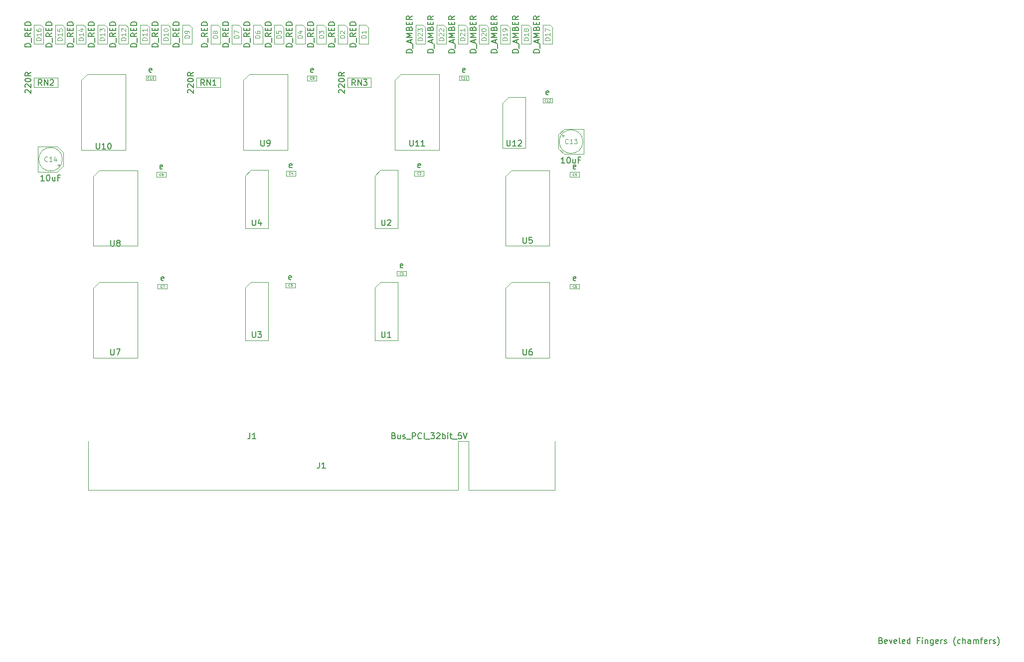
<source format=gbr>
G04 #@! TF.GenerationSoftware,KiCad,Pcbnew,(5.1.8)-1*
G04 #@! TF.CreationDate,2021-01-24T11:35:45-08:00*
G04 #@! TF.ProjectId,AddressRegisterModule,41646472-6573-4735-9265-676973746572,1.0*
G04 #@! TF.SameCoordinates,Original*
G04 #@! TF.FileFunction,Other,Fab,Top*
%FSLAX46Y46*%
G04 Gerber Fmt 4.6, Leading zero omitted, Abs format (unit mm)*
G04 Created by KiCad (PCBNEW (5.1.8)-1) date 2021-01-24 11:35:45*
%MOMM*%
%LPD*%
G01*
G04 APERTURE LIST*
%ADD10C,0.150000*%
%ADD11C,0.100000*%
%ADD12C,0.120000*%
%ADD13C,0.060000*%
G04 APERTURE END LIST*
D10*
X262019047Y-146928571D02*
X262161904Y-146976190D01*
X262209523Y-147023809D01*
X262257142Y-147119047D01*
X262257142Y-147261904D01*
X262209523Y-147357142D01*
X262161904Y-147404761D01*
X262066666Y-147452380D01*
X261685714Y-147452380D01*
X261685714Y-146452380D01*
X262019047Y-146452380D01*
X262114285Y-146500000D01*
X262161904Y-146547619D01*
X262209523Y-146642857D01*
X262209523Y-146738095D01*
X262161904Y-146833333D01*
X262114285Y-146880952D01*
X262019047Y-146928571D01*
X261685714Y-146928571D01*
X263066666Y-147404761D02*
X262971428Y-147452380D01*
X262780952Y-147452380D01*
X262685714Y-147404761D01*
X262638095Y-147309523D01*
X262638095Y-146928571D01*
X262685714Y-146833333D01*
X262780952Y-146785714D01*
X262971428Y-146785714D01*
X263066666Y-146833333D01*
X263114285Y-146928571D01*
X263114285Y-147023809D01*
X262638095Y-147119047D01*
X263447619Y-146785714D02*
X263685714Y-147452380D01*
X263923809Y-146785714D01*
X264685714Y-147404761D02*
X264590476Y-147452380D01*
X264400000Y-147452380D01*
X264304761Y-147404761D01*
X264257142Y-147309523D01*
X264257142Y-146928571D01*
X264304761Y-146833333D01*
X264400000Y-146785714D01*
X264590476Y-146785714D01*
X264685714Y-146833333D01*
X264733333Y-146928571D01*
X264733333Y-147023809D01*
X264257142Y-147119047D01*
X265304761Y-147452380D02*
X265209523Y-147404761D01*
X265161904Y-147309523D01*
X265161904Y-146452380D01*
X266066666Y-147404761D02*
X265971428Y-147452380D01*
X265780952Y-147452380D01*
X265685714Y-147404761D01*
X265638095Y-147309523D01*
X265638095Y-146928571D01*
X265685714Y-146833333D01*
X265780952Y-146785714D01*
X265971428Y-146785714D01*
X266066666Y-146833333D01*
X266114285Y-146928571D01*
X266114285Y-147023809D01*
X265638095Y-147119047D01*
X266971428Y-147452380D02*
X266971428Y-146452380D01*
X266971428Y-147404761D02*
X266876190Y-147452380D01*
X266685714Y-147452380D01*
X266590476Y-147404761D01*
X266542857Y-147357142D01*
X266495238Y-147261904D01*
X266495238Y-146976190D01*
X266542857Y-146880952D01*
X266590476Y-146833333D01*
X266685714Y-146785714D01*
X266876190Y-146785714D01*
X266971428Y-146833333D01*
X268542857Y-146928571D02*
X268209523Y-146928571D01*
X268209523Y-147452380D02*
X268209523Y-146452380D01*
X268685714Y-146452380D01*
X269066666Y-147452380D02*
X269066666Y-146785714D01*
X269066666Y-146452380D02*
X269019047Y-146500000D01*
X269066666Y-146547619D01*
X269114285Y-146500000D01*
X269066666Y-146452380D01*
X269066666Y-146547619D01*
X269542857Y-146785714D02*
X269542857Y-147452380D01*
X269542857Y-146880952D02*
X269590476Y-146833333D01*
X269685714Y-146785714D01*
X269828571Y-146785714D01*
X269923809Y-146833333D01*
X269971428Y-146928571D01*
X269971428Y-147452380D01*
X270876190Y-146785714D02*
X270876190Y-147595238D01*
X270828571Y-147690476D01*
X270780952Y-147738095D01*
X270685714Y-147785714D01*
X270542857Y-147785714D01*
X270447619Y-147738095D01*
X270876190Y-147404761D02*
X270780952Y-147452380D01*
X270590476Y-147452380D01*
X270495238Y-147404761D01*
X270447619Y-147357142D01*
X270400000Y-147261904D01*
X270400000Y-146976190D01*
X270447619Y-146880952D01*
X270495238Y-146833333D01*
X270590476Y-146785714D01*
X270780952Y-146785714D01*
X270876190Y-146833333D01*
X271733333Y-147404761D02*
X271638095Y-147452380D01*
X271447619Y-147452380D01*
X271352380Y-147404761D01*
X271304761Y-147309523D01*
X271304761Y-146928571D01*
X271352380Y-146833333D01*
X271447619Y-146785714D01*
X271638095Y-146785714D01*
X271733333Y-146833333D01*
X271780952Y-146928571D01*
X271780952Y-147023809D01*
X271304761Y-147119047D01*
X272209523Y-147452380D02*
X272209523Y-146785714D01*
X272209523Y-146976190D02*
X272257142Y-146880952D01*
X272304761Y-146833333D01*
X272400000Y-146785714D01*
X272495238Y-146785714D01*
X272780952Y-147404761D02*
X272876190Y-147452380D01*
X273066666Y-147452380D01*
X273161904Y-147404761D01*
X273209523Y-147309523D01*
X273209523Y-147261904D01*
X273161904Y-147166666D01*
X273066666Y-147119047D01*
X272923809Y-147119047D01*
X272828571Y-147071428D01*
X272780952Y-146976190D01*
X272780952Y-146928571D01*
X272828571Y-146833333D01*
X272923809Y-146785714D01*
X273066666Y-146785714D01*
X273161904Y-146833333D01*
X274685714Y-147833333D02*
X274638095Y-147785714D01*
X274542857Y-147642857D01*
X274495238Y-147547619D01*
X274447619Y-147404761D01*
X274400000Y-147166666D01*
X274400000Y-146976190D01*
X274447619Y-146738095D01*
X274495238Y-146595238D01*
X274542857Y-146500000D01*
X274638095Y-146357142D01*
X274685714Y-146309523D01*
X275495238Y-147404761D02*
X275400000Y-147452380D01*
X275209523Y-147452380D01*
X275114285Y-147404761D01*
X275066666Y-147357142D01*
X275019047Y-147261904D01*
X275019047Y-146976190D01*
X275066666Y-146880952D01*
X275114285Y-146833333D01*
X275209523Y-146785714D01*
X275400000Y-146785714D01*
X275495238Y-146833333D01*
X275923809Y-147452380D02*
X275923809Y-146452380D01*
X276352380Y-147452380D02*
X276352380Y-146928571D01*
X276304761Y-146833333D01*
X276209523Y-146785714D01*
X276066666Y-146785714D01*
X275971428Y-146833333D01*
X275923809Y-146880952D01*
X277257142Y-147452380D02*
X277257142Y-146928571D01*
X277209523Y-146833333D01*
X277114285Y-146785714D01*
X276923809Y-146785714D01*
X276828571Y-146833333D01*
X277257142Y-147404761D02*
X277161904Y-147452380D01*
X276923809Y-147452380D01*
X276828571Y-147404761D01*
X276780952Y-147309523D01*
X276780952Y-147214285D01*
X276828571Y-147119047D01*
X276923809Y-147071428D01*
X277161904Y-147071428D01*
X277257142Y-147023809D01*
X277733333Y-147452380D02*
X277733333Y-146785714D01*
X277733333Y-146880952D02*
X277780952Y-146833333D01*
X277876190Y-146785714D01*
X278019047Y-146785714D01*
X278114285Y-146833333D01*
X278161904Y-146928571D01*
X278161904Y-147452380D01*
X278161904Y-146928571D02*
X278209523Y-146833333D01*
X278304761Y-146785714D01*
X278447619Y-146785714D01*
X278542857Y-146833333D01*
X278590476Y-146928571D01*
X278590476Y-147452380D01*
X278923809Y-146785714D02*
X279304761Y-146785714D01*
X279066666Y-147452380D02*
X279066666Y-146595238D01*
X279114285Y-146500000D01*
X279209523Y-146452380D01*
X279304761Y-146452380D01*
X280019047Y-147404761D02*
X279923809Y-147452380D01*
X279733333Y-147452380D01*
X279638095Y-147404761D01*
X279590476Y-147309523D01*
X279590476Y-146928571D01*
X279638095Y-146833333D01*
X279733333Y-146785714D01*
X279923809Y-146785714D01*
X280019047Y-146833333D01*
X280066666Y-146928571D01*
X280066666Y-147023809D01*
X279590476Y-147119047D01*
X280495238Y-147452380D02*
X280495238Y-146785714D01*
X280495238Y-146976190D02*
X280542857Y-146880952D01*
X280590476Y-146833333D01*
X280685714Y-146785714D01*
X280780952Y-146785714D01*
X281066666Y-147404761D02*
X281161904Y-147452380D01*
X281352380Y-147452380D01*
X281447619Y-147404761D01*
X281495238Y-147309523D01*
X281495238Y-147261904D01*
X281447619Y-147166666D01*
X281352380Y-147119047D01*
X281209523Y-147119047D01*
X281114285Y-147071428D01*
X281066666Y-146976190D01*
X281066666Y-146928571D01*
X281114285Y-146833333D01*
X281209523Y-146785714D01*
X281352380Y-146785714D01*
X281447619Y-146833333D01*
X281828571Y-147833333D02*
X281876190Y-147785714D01*
X281971428Y-147642857D01*
X282019047Y-147547619D01*
X282066666Y-147404761D01*
X282114285Y-147166666D01*
X282114285Y-146976190D01*
X282066666Y-146738095D01*
X282019047Y-146595238D01*
X281971428Y-146500000D01*
X281876190Y-146357142D01*
X281828571Y-146309523D01*
D11*
X128250000Y-87100000D02*
X129250000Y-86100000D01*
X128250000Y-98900000D02*
X128250000Y-87100000D01*
X135750000Y-98900000D02*
X128250000Y-98900000D01*
X135750000Y-86100000D02*
X135750000Y-98900000D01*
X129250000Y-86100000D02*
X135750000Y-86100000D01*
X199250000Y-67100000D02*
X205750000Y-67100000D01*
X205750000Y-67100000D02*
X205750000Y-79900000D01*
X205750000Y-79900000D02*
X198250000Y-79900000D01*
X198250000Y-79900000D02*
X198250000Y-68100000D01*
X198250000Y-68100000D02*
X199250000Y-67100000D01*
X154050000Y-68025000D02*
X155025000Y-67050000D01*
X154050000Y-76950000D02*
X154050000Y-68025000D01*
X157950000Y-76950000D02*
X154050000Y-76950000D01*
X157950000Y-67050000D02*
X157950000Y-76950000D01*
X155025000Y-67050000D02*
X157950000Y-67050000D01*
X129000000Y-45600000D02*
X130600000Y-45600000D01*
X129000000Y-42400000D02*
X129000000Y-45600000D01*
X130200000Y-42400000D02*
X129000000Y-42400000D01*
X130600000Y-42800000D02*
X130200000Y-42400000D01*
X130600000Y-45600000D02*
X130600000Y-42800000D01*
X179800000Y-84200000D02*
X181400000Y-84200000D01*
X179800000Y-85000000D02*
X179800000Y-84200000D01*
X181400000Y-85000000D02*
X179800000Y-85000000D01*
X181400000Y-84200000D02*
X181400000Y-85000000D01*
X184400000Y-67200000D02*
X184400000Y-68000000D01*
X184400000Y-68000000D02*
X182800000Y-68000000D01*
X182800000Y-68000000D02*
X182800000Y-67200000D01*
X182800000Y-67200000D02*
X184400000Y-67200000D01*
X160900000Y-86200000D02*
X162500000Y-86200000D01*
X160900000Y-87000000D02*
X160900000Y-86200000D01*
X162500000Y-87000000D02*
X160900000Y-87000000D01*
X162500000Y-86200000D02*
X162500000Y-87000000D01*
X162600000Y-67200000D02*
X162600000Y-68000000D01*
X162600000Y-68000000D02*
X161000000Y-68000000D01*
X161000000Y-68000000D02*
X161000000Y-67200000D01*
X161000000Y-67200000D02*
X162600000Y-67200000D01*
X209200000Y-67400000D02*
X210800000Y-67400000D01*
X209200000Y-68200000D02*
X209200000Y-67400000D01*
X210800000Y-68200000D02*
X209200000Y-68200000D01*
X210800000Y-67400000D02*
X210800000Y-68200000D01*
X209200000Y-86400000D02*
X210800000Y-86400000D01*
X209200000Y-87200000D02*
X209200000Y-86400000D01*
X210800000Y-87200000D02*
X209200000Y-87200000D01*
X210800000Y-86400000D02*
X210800000Y-87200000D01*
X140800000Y-86400000D02*
X140800000Y-87200000D01*
X140800000Y-87200000D02*
X139200000Y-87200000D01*
X139200000Y-87200000D02*
X139200000Y-86400000D01*
X139200000Y-86400000D02*
X140800000Y-86400000D01*
X139000000Y-67400000D02*
X140600000Y-67400000D01*
X139000000Y-68200000D02*
X139000000Y-67400000D01*
X140600000Y-68200000D02*
X139000000Y-68200000D01*
X140600000Y-67400000D02*
X140600000Y-68200000D01*
X166200000Y-51025000D02*
X166200000Y-51825000D01*
X166200000Y-51825000D02*
X164600000Y-51825000D01*
X164600000Y-51825000D02*
X164600000Y-51025000D01*
X164600000Y-51025000D02*
X166200000Y-51025000D01*
X138800000Y-51000000D02*
X138800000Y-51800000D01*
X138800000Y-51800000D02*
X137200000Y-51800000D01*
X137200000Y-51800000D02*
X137200000Y-51000000D01*
X137200000Y-51000000D02*
X138800000Y-51000000D01*
X192000000Y-51000000D02*
X192000000Y-51800000D01*
X192000000Y-51800000D02*
X190400000Y-51800000D01*
X190400000Y-51800000D02*
X190400000Y-51000000D01*
X190400000Y-51000000D02*
X192000000Y-51000000D01*
X204600000Y-54800000D02*
X206200000Y-54800000D01*
X204600000Y-55600000D02*
X204600000Y-54800000D01*
X206200000Y-55600000D02*
X204600000Y-55600000D01*
X206200000Y-54800000D02*
X206200000Y-55600000D01*
X175000000Y-45600000D02*
X175000000Y-42800000D01*
X175000000Y-42800000D02*
X174600000Y-42400000D01*
X174600000Y-42400000D02*
X173400000Y-42400000D01*
X173400000Y-42400000D02*
X173400000Y-45600000D01*
X173400000Y-45600000D02*
X175000000Y-45600000D01*
X169800000Y-45600000D02*
X171400000Y-45600000D01*
X169800000Y-42400000D02*
X169800000Y-45600000D01*
X171000000Y-42400000D02*
X169800000Y-42400000D01*
X171400000Y-42800000D02*
X171000000Y-42400000D01*
X171400000Y-45600000D02*
X171400000Y-42800000D01*
X167800000Y-45600000D02*
X167800000Y-42800000D01*
X167800000Y-42800000D02*
X167400000Y-42400000D01*
X167400000Y-42400000D02*
X166200000Y-42400000D01*
X166200000Y-42400000D02*
X166200000Y-45600000D01*
X166200000Y-45600000D02*
X167800000Y-45600000D01*
X162600000Y-45600000D02*
X164200000Y-45600000D01*
X162600000Y-42400000D02*
X162600000Y-45600000D01*
X163800000Y-42400000D02*
X162600000Y-42400000D01*
X164200000Y-42800000D02*
X163800000Y-42400000D01*
X164200000Y-45600000D02*
X164200000Y-42800000D01*
X160600000Y-45600000D02*
X160600000Y-42800000D01*
X160600000Y-42800000D02*
X160200000Y-42400000D01*
X160200000Y-42400000D02*
X159000000Y-42400000D01*
X159000000Y-42400000D02*
X159000000Y-45600000D01*
X159000000Y-45600000D02*
X160600000Y-45600000D01*
X155400000Y-45600000D02*
X157000000Y-45600000D01*
X155400000Y-42400000D02*
X155400000Y-45600000D01*
X156600000Y-42400000D02*
X155400000Y-42400000D01*
X157000000Y-42800000D02*
X156600000Y-42400000D01*
X157000000Y-45600000D02*
X157000000Y-42800000D01*
X153400000Y-45600000D02*
X153400000Y-42800000D01*
X153400000Y-42800000D02*
X153000000Y-42400000D01*
X153000000Y-42400000D02*
X151800000Y-42400000D01*
X151800000Y-42400000D02*
X151800000Y-45600000D01*
X151800000Y-45600000D02*
X153400000Y-45600000D01*
X148200000Y-45600000D02*
X149800000Y-45600000D01*
X148200000Y-42400000D02*
X148200000Y-45600000D01*
X149400000Y-42400000D02*
X148200000Y-42400000D01*
X149800000Y-42800000D02*
X149400000Y-42400000D01*
X149800000Y-45600000D02*
X149800000Y-42800000D01*
X145000000Y-45600000D02*
X145000000Y-42800000D01*
X145000000Y-42800000D02*
X144600000Y-42400000D01*
X144600000Y-42400000D02*
X143400000Y-42400000D01*
X143400000Y-42400000D02*
X143400000Y-45600000D01*
X143400000Y-45600000D02*
X145000000Y-45600000D01*
X139800000Y-45600000D02*
X141400000Y-45600000D01*
X139800000Y-42400000D02*
X139800000Y-45600000D01*
X141000000Y-42400000D02*
X139800000Y-42400000D01*
X141400000Y-42800000D02*
X141000000Y-42400000D01*
X141400000Y-45600000D02*
X141400000Y-42800000D01*
X137800000Y-45600000D02*
X137800000Y-42800000D01*
X137800000Y-42800000D02*
X137400000Y-42400000D01*
X137400000Y-42400000D02*
X136200000Y-42400000D01*
X136200000Y-42400000D02*
X136200000Y-45600000D01*
X136200000Y-45600000D02*
X137800000Y-45600000D01*
X134200000Y-45600000D02*
X134200000Y-42800000D01*
X134200000Y-42800000D02*
X133800000Y-42400000D01*
X133800000Y-42400000D02*
X132600000Y-42400000D01*
X132600000Y-42400000D02*
X132600000Y-45600000D01*
X132600000Y-45600000D02*
X134200000Y-45600000D01*
X125400000Y-45600000D02*
X127000000Y-45600000D01*
X125400000Y-42400000D02*
X125400000Y-45600000D01*
X126600000Y-42400000D02*
X125400000Y-42400000D01*
X127000000Y-42800000D02*
X126600000Y-42400000D01*
X127000000Y-45600000D02*
X127000000Y-42800000D01*
X123400000Y-45600000D02*
X123400000Y-42800000D01*
X123400000Y-42800000D02*
X123000000Y-42400000D01*
X123000000Y-42400000D02*
X121800000Y-42400000D01*
X121800000Y-42400000D02*
X121800000Y-45600000D01*
X121800000Y-45600000D02*
X123400000Y-45600000D01*
X118200000Y-45600000D02*
X119800000Y-45600000D01*
X118200000Y-42400000D02*
X118200000Y-45600000D01*
X119400000Y-42400000D02*
X118200000Y-42400000D01*
X119800000Y-42800000D02*
X119400000Y-42400000D01*
X119800000Y-45600000D02*
X119800000Y-42800000D01*
X206200000Y-45600000D02*
X206200000Y-42800000D01*
X206200000Y-42800000D02*
X205800000Y-42400000D01*
X205800000Y-42400000D02*
X204600000Y-42400000D01*
X204600000Y-42400000D02*
X204600000Y-45600000D01*
X204600000Y-45600000D02*
X206200000Y-45600000D01*
X201000000Y-45600000D02*
X202600000Y-45600000D01*
X201000000Y-42400000D02*
X201000000Y-45600000D01*
X202200000Y-42400000D02*
X201000000Y-42400000D01*
X202600000Y-42800000D02*
X202200000Y-42400000D01*
X202600000Y-45600000D02*
X202600000Y-42800000D01*
X199000000Y-45600000D02*
X199000000Y-42800000D01*
X199000000Y-42800000D02*
X198600000Y-42400000D01*
X198600000Y-42400000D02*
X197400000Y-42400000D01*
X197400000Y-42400000D02*
X197400000Y-45600000D01*
X197400000Y-45600000D02*
X199000000Y-45600000D01*
X193800000Y-45600000D02*
X195400000Y-45600000D01*
X193800000Y-42400000D02*
X193800000Y-45600000D01*
X195000000Y-42400000D02*
X193800000Y-42400000D01*
X195400000Y-42800000D02*
X195000000Y-42400000D01*
X195400000Y-45600000D02*
X195400000Y-42800000D01*
X191800000Y-45600000D02*
X191800000Y-42800000D01*
X191800000Y-42800000D02*
X191400000Y-42400000D01*
X191400000Y-42400000D02*
X190200000Y-42400000D01*
X190200000Y-42400000D02*
X190200000Y-45600000D01*
X190200000Y-45600000D02*
X191800000Y-45600000D01*
X186600000Y-45600000D02*
X188200000Y-45600000D01*
X186600000Y-42400000D02*
X186600000Y-45600000D01*
X187800000Y-42400000D02*
X186600000Y-42400000D01*
X188200000Y-42800000D02*
X187800000Y-42400000D01*
X188200000Y-45600000D02*
X188200000Y-42800000D01*
X183000000Y-45600000D02*
X184600000Y-45600000D01*
X183000000Y-42400000D02*
X183000000Y-45600000D01*
X184200000Y-42400000D02*
X183000000Y-42400000D01*
X184600000Y-42800000D02*
X184200000Y-42400000D01*
X184600000Y-45600000D02*
X184600000Y-42800000D01*
X206620000Y-121370000D02*
X206620000Y-113110000D01*
X192020000Y-121370000D02*
X206620000Y-121370000D01*
X192020000Y-113110000D02*
X192020000Y-121370000D01*
X190240000Y-113110000D02*
X192020000Y-113110000D01*
X190240000Y-121370000D02*
X190240000Y-113110000D01*
X127380000Y-121370000D02*
X190240000Y-121370000D01*
X127380000Y-113110000D02*
X127380000Y-121370000D01*
X149800000Y-53000000D02*
X149800000Y-51400000D01*
X145800000Y-53000000D02*
X149800000Y-53000000D01*
X145800000Y-51400000D02*
X145800000Y-53000000D01*
X149800000Y-51400000D02*
X145800000Y-51400000D01*
X122200000Y-51400000D02*
X118200000Y-51400000D01*
X118200000Y-51400000D02*
X118200000Y-53000000D01*
X118200000Y-53000000D02*
X122200000Y-53000000D01*
X122200000Y-53000000D02*
X122200000Y-51400000D01*
X175450000Y-53000000D02*
X175450000Y-51400000D01*
X171450000Y-53000000D02*
X175450000Y-53000000D01*
X171450000Y-51400000D02*
X171450000Y-53000000D01*
X175450000Y-51400000D02*
X171450000Y-51400000D01*
X177025000Y-86050000D02*
X179950000Y-86050000D01*
X179950000Y-86050000D02*
X179950000Y-95950000D01*
X179950000Y-95950000D02*
X176050000Y-95950000D01*
X176050000Y-95950000D02*
X176050000Y-87025000D01*
X176050000Y-87025000D02*
X177025000Y-86050000D01*
X177025000Y-67050000D02*
X179950000Y-67050000D01*
X179950000Y-67050000D02*
X179950000Y-76950000D01*
X179950000Y-76950000D02*
X176050000Y-76950000D01*
X176050000Y-76950000D02*
X176050000Y-68025000D01*
X176050000Y-68025000D02*
X177025000Y-67050000D01*
X154050000Y-87025000D02*
X155025000Y-86050000D01*
X154050000Y-95950000D02*
X154050000Y-87025000D01*
X157950000Y-95950000D02*
X154050000Y-95950000D01*
X157950000Y-86050000D02*
X157950000Y-95950000D01*
X155025000Y-86050000D02*
X157950000Y-86050000D01*
X198250000Y-87100000D02*
X199250000Y-86100000D01*
X198250000Y-98900000D02*
X198250000Y-87100000D01*
X205750000Y-98900000D02*
X198250000Y-98900000D01*
X205750000Y-86100000D02*
X205750000Y-98900000D01*
X199250000Y-86100000D02*
X205750000Y-86100000D01*
X129250000Y-67100000D02*
X135750000Y-67100000D01*
X135750000Y-67100000D02*
X135750000Y-79900000D01*
X135750000Y-79900000D02*
X128250000Y-79900000D01*
X128250000Y-79900000D02*
X128250000Y-68100000D01*
X128250000Y-68100000D02*
X129250000Y-67100000D01*
X154750000Y-50800000D02*
X161250000Y-50800000D01*
X161250000Y-50800000D02*
X161250000Y-63600000D01*
X161250000Y-63600000D02*
X153750000Y-63600000D01*
X153750000Y-63600000D02*
X153750000Y-51800000D01*
X153750000Y-51800000D02*
X154750000Y-50800000D01*
X126250000Y-51800000D02*
X127250000Y-50800000D01*
X126250000Y-63600000D02*
X126250000Y-51800000D01*
X133750000Y-63600000D02*
X126250000Y-63600000D01*
X133750000Y-50800000D02*
X133750000Y-63600000D01*
X127250000Y-50800000D02*
X133750000Y-50800000D01*
X179500000Y-51800000D02*
X180500000Y-50800000D01*
X179500000Y-63600000D02*
X179500000Y-51800000D01*
X187000000Y-63600000D02*
X179500000Y-63600000D01*
X187000000Y-50800000D02*
X187000000Y-63600000D01*
X180500000Y-50800000D02*
X187000000Y-50800000D01*
X197775000Y-55650000D02*
X198750000Y-54675000D01*
X197775000Y-63325000D02*
X197775000Y-55650000D01*
X201675000Y-63325000D02*
X197775000Y-63325000D01*
X201675000Y-54675000D02*
X201675000Y-63325000D01*
X198750000Y-54675000D02*
X201675000Y-54675000D01*
X208025227Y-61000000D02*
X208025227Y-61400000D01*
X207825227Y-61200000D02*
X208225227Y-61200000D01*
X207250000Y-63350000D02*
X208250000Y-64350000D01*
X207250000Y-61050000D02*
X208250000Y-60050000D01*
X207250000Y-61050000D02*
X207250000Y-63350000D01*
X208250000Y-64350000D02*
X211550000Y-64350000D01*
X208250000Y-60050000D02*
X211550000Y-60050000D01*
X211550000Y-60050000D02*
X211550000Y-64350000D01*
X211400000Y-62200000D02*
G75*
G03*
X211400000Y-62200000I-2000000J0D01*
G01*
X123000000Y-65200000D02*
G75*
G03*
X123000000Y-65200000I-2000000J0D01*
G01*
X118850000Y-67350000D02*
X118850000Y-63050000D01*
X122150000Y-67350000D02*
X118850000Y-67350000D01*
X122150000Y-63050000D02*
X118850000Y-63050000D01*
X123150000Y-66350000D02*
X123150000Y-64050000D01*
X123150000Y-66350000D02*
X122150000Y-67350000D01*
X123150000Y-64050000D02*
X122150000Y-63050000D01*
X122574773Y-66200000D02*
X122174773Y-66200000D01*
X122374773Y-66400000D02*
X122374773Y-66000000D01*
D10*
X131238095Y-97452380D02*
X131238095Y-98261904D01*
X131285714Y-98357142D01*
X131333333Y-98404761D01*
X131428571Y-98452380D01*
X131619047Y-98452380D01*
X131714285Y-98404761D01*
X131761904Y-98357142D01*
X131809523Y-98261904D01*
X131809523Y-97452380D01*
X132190476Y-97452380D02*
X132857142Y-97452380D01*
X132428571Y-98452380D01*
X201238095Y-78452380D02*
X201238095Y-79261904D01*
X201285714Y-79357142D01*
X201333333Y-79404761D01*
X201428571Y-79452380D01*
X201619047Y-79452380D01*
X201714285Y-79404761D01*
X201761904Y-79357142D01*
X201809523Y-79261904D01*
X201809523Y-78452380D01*
X202761904Y-78452380D02*
X202285714Y-78452380D01*
X202238095Y-78928571D01*
X202285714Y-78880952D01*
X202380952Y-78833333D01*
X202619047Y-78833333D01*
X202714285Y-78880952D01*
X202761904Y-78928571D01*
X202809523Y-79023809D01*
X202809523Y-79261904D01*
X202761904Y-79357142D01*
X202714285Y-79404761D01*
X202619047Y-79452380D01*
X202380952Y-79452380D01*
X202285714Y-79404761D01*
X202238095Y-79357142D01*
X155253333Y-75463333D02*
X155253333Y-76256666D01*
X155300000Y-76350000D01*
X155346666Y-76396666D01*
X155440000Y-76443333D01*
X155626666Y-76443333D01*
X155720000Y-76396666D01*
X155766666Y-76350000D01*
X155813333Y-76256666D01*
X155813333Y-75463333D01*
X156700000Y-75790000D02*
X156700000Y-76443333D01*
X156466666Y-75416666D02*
X156233333Y-76116666D01*
X156840000Y-76116666D01*
X128432380Y-46095238D02*
X127432380Y-46095238D01*
X127432380Y-45857142D01*
X127480000Y-45714285D01*
X127575238Y-45619047D01*
X127670476Y-45571428D01*
X127860952Y-45523809D01*
X128003809Y-45523809D01*
X128194285Y-45571428D01*
X128289523Y-45619047D01*
X128384761Y-45714285D01*
X128432380Y-45857142D01*
X128432380Y-46095238D01*
X128527619Y-45333333D02*
X128527619Y-44571428D01*
X128432380Y-43761904D02*
X127956190Y-44095238D01*
X128432380Y-44333333D02*
X127432380Y-44333333D01*
X127432380Y-43952380D01*
X127480000Y-43857142D01*
X127527619Y-43809523D01*
X127622857Y-43761904D01*
X127765714Y-43761904D01*
X127860952Y-43809523D01*
X127908571Y-43857142D01*
X127956190Y-43952380D01*
X127956190Y-44333333D01*
X127908571Y-43333333D02*
X127908571Y-43000000D01*
X128432380Y-42857142D02*
X128432380Y-43333333D01*
X127432380Y-43333333D01*
X127432380Y-42857142D01*
X128432380Y-42428571D02*
X127432380Y-42428571D01*
X127432380Y-42190476D01*
X127480000Y-42047619D01*
X127575238Y-41952380D01*
X127670476Y-41904761D01*
X127860952Y-41857142D01*
X128003809Y-41857142D01*
X128194285Y-41904761D01*
X128289523Y-41952380D01*
X128384761Y-42047619D01*
X128432380Y-42190476D01*
X128432380Y-42428571D01*
D12*
X130161904Y-44971428D02*
X129361904Y-44971428D01*
X129361904Y-44780952D01*
X129400000Y-44666666D01*
X129476190Y-44590476D01*
X129552380Y-44552380D01*
X129704761Y-44514285D01*
X129819047Y-44514285D01*
X129971428Y-44552380D01*
X130047619Y-44590476D01*
X130123809Y-44666666D01*
X130161904Y-44780952D01*
X130161904Y-44971428D01*
X130161904Y-43752380D02*
X130161904Y-44209523D01*
X130161904Y-43980952D02*
X129361904Y-43980952D01*
X129476190Y-44057142D01*
X129552380Y-44133333D01*
X129590476Y-44209523D01*
X129361904Y-43485714D02*
X129361904Y-42990476D01*
X129666666Y-43257142D01*
X129666666Y-43142857D01*
X129704761Y-43066666D01*
X129742857Y-43028571D01*
X129819047Y-42990476D01*
X130009523Y-42990476D01*
X130085714Y-43028571D01*
X130123809Y-43066666D01*
X130161904Y-43142857D01*
X130161904Y-43371428D01*
X130123809Y-43447619D01*
X130085714Y-43485714D01*
D10*
X180790476Y-83574761D02*
X180695238Y-83622380D01*
X180504761Y-83622380D01*
X180409523Y-83574761D01*
X180361904Y-83479523D01*
X180361904Y-83098571D01*
X180409523Y-83003333D01*
X180504761Y-82955714D01*
X180695238Y-82955714D01*
X180790476Y-83003333D01*
X180838095Y-83098571D01*
X180838095Y-83193809D01*
X180361904Y-83289047D01*
D13*
X180533333Y-84742857D02*
X180514285Y-84761904D01*
X180457142Y-84780952D01*
X180419047Y-84780952D01*
X180361904Y-84761904D01*
X180323809Y-84723809D01*
X180304761Y-84685714D01*
X180285714Y-84609523D01*
X180285714Y-84552380D01*
X180304761Y-84476190D01*
X180323809Y-84438095D01*
X180361904Y-84400000D01*
X180419047Y-84380952D01*
X180457142Y-84380952D01*
X180514285Y-84400000D01*
X180533333Y-84419047D01*
X180914285Y-84780952D02*
X180685714Y-84780952D01*
X180800000Y-84780952D02*
X180800000Y-84380952D01*
X180761904Y-84438095D01*
X180723809Y-84476190D01*
X180685714Y-84495238D01*
D10*
X183790476Y-66574761D02*
X183695238Y-66622380D01*
X183504761Y-66622380D01*
X183409523Y-66574761D01*
X183361904Y-66479523D01*
X183361904Y-66098571D01*
X183409523Y-66003333D01*
X183504761Y-65955714D01*
X183695238Y-65955714D01*
X183790476Y-66003333D01*
X183838095Y-66098571D01*
X183838095Y-66193809D01*
X183361904Y-66289047D01*
D13*
X183533333Y-67742857D02*
X183514285Y-67761904D01*
X183457142Y-67780952D01*
X183419047Y-67780952D01*
X183361904Y-67761904D01*
X183323809Y-67723809D01*
X183304761Y-67685714D01*
X183285714Y-67609523D01*
X183285714Y-67552380D01*
X183304761Y-67476190D01*
X183323809Y-67438095D01*
X183361904Y-67400000D01*
X183419047Y-67380952D01*
X183457142Y-67380952D01*
X183514285Y-67400000D01*
X183533333Y-67419047D01*
X183685714Y-67419047D02*
X183704761Y-67400000D01*
X183742857Y-67380952D01*
X183838095Y-67380952D01*
X183876190Y-67400000D01*
X183895238Y-67419047D01*
X183914285Y-67457142D01*
X183914285Y-67495238D01*
X183895238Y-67552380D01*
X183666666Y-67780952D01*
X183914285Y-67780952D01*
D10*
X161890476Y-85574761D02*
X161795238Y-85622380D01*
X161604761Y-85622380D01*
X161509523Y-85574761D01*
X161461904Y-85479523D01*
X161461904Y-85098571D01*
X161509523Y-85003333D01*
X161604761Y-84955714D01*
X161795238Y-84955714D01*
X161890476Y-85003333D01*
X161938095Y-85098571D01*
X161938095Y-85193809D01*
X161461904Y-85289047D01*
D13*
X161633333Y-86742857D02*
X161614285Y-86761904D01*
X161557142Y-86780952D01*
X161519047Y-86780952D01*
X161461904Y-86761904D01*
X161423809Y-86723809D01*
X161404761Y-86685714D01*
X161385714Y-86609523D01*
X161385714Y-86552380D01*
X161404761Y-86476190D01*
X161423809Y-86438095D01*
X161461904Y-86400000D01*
X161519047Y-86380952D01*
X161557142Y-86380952D01*
X161614285Y-86400000D01*
X161633333Y-86419047D01*
X161766666Y-86380952D02*
X162014285Y-86380952D01*
X161880952Y-86533333D01*
X161938095Y-86533333D01*
X161976190Y-86552380D01*
X161995238Y-86571428D01*
X162014285Y-86609523D01*
X162014285Y-86704761D01*
X161995238Y-86742857D01*
X161976190Y-86761904D01*
X161938095Y-86780952D01*
X161823809Y-86780952D01*
X161785714Y-86761904D01*
X161766666Y-86742857D01*
D10*
X161990476Y-66574761D02*
X161895238Y-66622380D01*
X161704761Y-66622380D01*
X161609523Y-66574761D01*
X161561904Y-66479523D01*
X161561904Y-66098571D01*
X161609523Y-66003333D01*
X161704761Y-65955714D01*
X161895238Y-65955714D01*
X161990476Y-66003333D01*
X162038095Y-66098571D01*
X162038095Y-66193809D01*
X161561904Y-66289047D01*
D13*
X161733333Y-67742857D02*
X161714285Y-67761904D01*
X161657142Y-67780952D01*
X161619047Y-67780952D01*
X161561904Y-67761904D01*
X161523809Y-67723809D01*
X161504761Y-67685714D01*
X161485714Y-67609523D01*
X161485714Y-67552380D01*
X161504761Y-67476190D01*
X161523809Y-67438095D01*
X161561904Y-67400000D01*
X161619047Y-67380952D01*
X161657142Y-67380952D01*
X161714285Y-67400000D01*
X161733333Y-67419047D01*
X162076190Y-67514285D02*
X162076190Y-67780952D01*
X161980952Y-67361904D02*
X161885714Y-67647619D01*
X162133333Y-67647619D01*
D10*
X210190476Y-66774761D02*
X210095238Y-66822380D01*
X209904761Y-66822380D01*
X209809523Y-66774761D01*
X209761904Y-66679523D01*
X209761904Y-66298571D01*
X209809523Y-66203333D01*
X209904761Y-66155714D01*
X210095238Y-66155714D01*
X210190476Y-66203333D01*
X210238095Y-66298571D01*
X210238095Y-66393809D01*
X209761904Y-66489047D01*
D13*
X209933333Y-67942857D02*
X209914285Y-67961904D01*
X209857142Y-67980952D01*
X209819047Y-67980952D01*
X209761904Y-67961904D01*
X209723809Y-67923809D01*
X209704761Y-67885714D01*
X209685714Y-67809523D01*
X209685714Y-67752380D01*
X209704761Y-67676190D01*
X209723809Y-67638095D01*
X209761904Y-67600000D01*
X209819047Y-67580952D01*
X209857142Y-67580952D01*
X209914285Y-67600000D01*
X209933333Y-67619047D01*
X210295238Y-67580952D02*
X210104761Y-67580952D01*
X210085714Y-67771428D01*
X210104761Y-67752380D01*
X210142857Y-67733333D01*
X210238095Y-67733333D01*
X210276190Y-67752380D01*
X210295238Y-67771428D01*
X210314285Y-67809523D01*
X210314285Y-67904761D01*
X210295238Y-67942857D01*
X210276190Y-67961904D01*
X210238095Y-67980952D01*
X210142857Y-67980952D01*
X210104761Y-67961904D01*
X210085714Y-67942857D01*
D10*
X210190476Y-85774761D02*
X210095238Y-85822380D01*
X209904761Y-85822380D01*
X209809523Y-85774761D01*
X209761904Y-85679523D01*
X209761904Y-85298571D01*
X209809523Y-85203333D01*
X209904761Y-85155714D01*
X210095238Y-85155714D01*
X210190476Y-85203333D01*
X210238095Y-85298571D01*
X210238095Y-85393809D01*
X209761904Y-85489047D01*
D13*
X209933333Y-86942857D02*
X209914285Y-86961904D01*
X209857142Y-86980952D01*
X209819047Y-86980952D01*
X209761904Y-86961904D01*
X209723809Y-86923809D01*
X209704761Y-86885714D01*
X209685714Y-86809523D01*
X209685714Y-86752380D01*
X209704761Y-86676190D01*
X209723809Y-86638095D01*
X209761904Y-86600000D01*
X209819047Y-86580952D01*
X209857142Y-86580952D01*
X209914285Y-86600000D01*
X209933333Y-86619047D01*
X210276190Y-86580952D02*
X210200000Y-86580952D01*
X210161904Y-86600000D01*
X210142857Y-86619047D01*
X210104761Y-86676190D01*
X210085714Y-86752380D01*
X210085714Y-86904761D01*
X210104761Y-86942857D01*
X210123809Y-86961904D01*
X210161904Y-86980952D01*
X210238095Y-86980952D01*
X210276190Y-86961904D01*
X210295238Y-86942857D01*
X210314285Y-86904761D01*
X210314285Y-86809523D01*
X210295238Y-86771428D01*
X210276190Y-86752380D01*
X210238095Y-86733333D01*
X210161904Y-86733333D01*
X210123809Y-86752380D01*
X210104761Y-86771428D01*
X210085714Y-86809523D01*
D10*
X140190476Y-85774761D02*
X140095238Y-85822380D01*
X139904761Y-85822380D01*
X139809523Y-85774761D01*
X139761904Y-85679523D01*
X139761904Y-85298571D01*
X139809523Y-85203333D01*
X139904761Y-85155714D01*
X140095238Y-85155714D01*
X140190476Y-85203333D01*
X140238095Y-85298571D01*
X140238095Y-85393809D01*
X139761904Y-85489047D01*
D13*
X139933333Y-86942857D02*
X139914285Y-86961904D01*
X139857142Y-86980952D01*
X139819047Y-86980952D01*
X139761904Y-86961904D01*
X139723809Y-86923809D01*
X139704761Y-86885714D01*
X139685714Y-86809523D01*
X139685714Y-86752380D01*
X139704761Y-86676190D01*
X139723809Y-86638095D01*
X139761904Y-86600000D01*
X139819047Y-86580952D01*
X139857142Y-86580952D01*
X139914285Y-86600000D01*
X139933333Y-86619047D01*
X140066666Y-86580952D02*
X140333333Y-86580952D01*
X140161904Y-86980952D01*
D10*
X139990476Y-66774761D02*
X139895238Y-66822380D01*
X139704761Y-66822380D01*
X139609523Y-66774761D01*
X139561904Y-66679523D01*
X139561904Y-66298571D01*
X139609523Y-66203333D01*
X139704761Y-66155714D01*
X139895238Y-66155714D01*
X139990476Y-66203333D01*
X140038095Y-66298571D01*
X140038095Y-66393809D01*
X139561904Y-66489047D01*
D13*
X139733333Y-67942857D02*
X139714285Y-67961904D01*
X139657142Y-67980952D01*
X139619047Y-67980952D01*
X139561904Y-67961904D01*
X139523809Y-67923809D01*
X139504761Y-67885714D01*
X139485714Y-67809523D01*
X139485714Y-67752380D01*
X139504761Y-67676190D01*
X139523809Y-67638095D01*
X139561904Y-67600000D01*
X139619047Y-67580952D01*
X139657142Y-67580952D01*
X139714285Y-67600000D01*
X139733333Y-67619047D01*
X139961904Y-67752380D02*
X139923809Y-67733333D01*
X139904761Y-67714285D01*
X139885714Y-67676190D01*
X139885714Y-67657142D01*
X139904761Y-67619047D01*
X139923809Y-67600000D01*
X139961904Y-67580952D01*
X140038095Y-67580952D01*
X140076190Y-67600000D01*
X140095238Y-67619047D01*
X140114285Y-67657142D01*
X140114285Y-67676190D01*
X140095238Y-67714285D01*
X140076190Y-67733333D01*
X140038095Y-67752380D01*
X139961904Y-67752380D01*
X139923809Y-67771428D01*
X139904761Y-67790476D01*
X139885714Y-67828571D01*
X139885714Y-67904761D01*
X139904761Y-67942857D01*
X139923809Y-67961904D01*
X139961904Y-67980952D01*
X140038095Y-67980952D01*
X140076190Y-67961904D01*
X140095238Y-67942857D01*
X140114285Y-67904761D01*
X140114285Y-67828571D01*
X140095238Y-67790476D01*
X140076190Y-67771428D01*
X140038095Y-67752380D01*
D10*
X165590476Y-50399761D02*
X165495238Y-50447380D01*
X165304761Y-50447380D01*
X165209523Y-50399761D01*
X165161904Y-50304523D01*
X165161904Y-49923571D01*
X165209523Y-49828333D01*
X165304761Y-49780714D01*
X165495238Y-49780714D01*
X165590476Y-49828333D01*
X165638095Y-49923571D01*
X165638095Y-50018809D01*
X165161904Y-50114047D01*
D13*
X165333333Y-51567857D02*
X165314285Y-51586904D01*
X165257142Y-51605952D01*
X165219047Y-51605952D01*
X165161904Y-51586904D01*
X165123809Y-51548809D01*
X165104761Y-51510714D01*
X165085714Y-51434523D01*
X165085714Y-51377380D01*
X165104761Y-51301190D01*
X165123809Y-51263095D01*
X165161904Y-51225000D01*
X165219047Y-51205952D01*
X165257142Y-51205952D01*
X165314285Y-51225000D01*
X165333333Y-51244047D01*
X165523809Y-51605952D02*
X165600000Y-51605952D01*
X165638095Y-51586904D01*
X165657142Y-51567857D01*
X165695238Y-51510714D01*
X165714285Y-51434523D01*
X165714285Y-51282142D01*
X165695238Y-51244047D01*
X165676190Y-51225000D01*
X165638095Y-51205952D01*
X165561904Y-51205952D01*
X165523809Y-51225000D01*
X165504761Y-51244047D01*
X165485714Y-51282142D01*
X165485714Y-51377380D01*
X165504761Y-51415476D01*
X165523809Y-51434523D01*
X165561904Y-51453571D01*
X165638095Y-51453571D01*
X165676190Y-51434523D01*
X165695238Y-51415476D01*
X165714285Y-51377380D01*
D10*
X138190476Y-50374761D02*
X138095238Y-50422380D01*
X137904761Y-50422380D01*
X137809523Y-50374761D01*
X137761904Y-50279523D01*
X137761904Y-49898571D01*
X137809523Y-49803333D01*
X137904761Y-49755714D01*
X138095238Y-49755714D01*
X138190476Y-49803333D01*
X138238095Y-49898571D01*
X138238095Y-49993809D01*
X137761904Y-50089047D01*
D13*
X137742857Y-51542857D02*
X137723809Y-51561904D01*
X137666666Y-51580952D01*
X137628571Y-51580952D01*
X137571428Y-51561904D01*
X137533333Y-51523809D01*
X137514285Y-51485714D01*
X137495238Y-51409523D01*
X137495238Y-51352380D01*
X137514285Y-51276190D01*
X137533333Y-51238095D01*
X137571428Y-51200000D01*
X137628571Y-51180952D01*
X137666666Y-51180952D01*
X137723809Y-51200000D01*
X137742857Y-51219047D01*
X138123809Y-51580952D02*
X137895238Y-51580952D01*
X138009523Y-51580952D02*
X138009523Y-51180952D01*
X137971428Y-51238095D01*
X137933333Y-51276190D01*
X137895238Y-51295238D01*
X138371428Y-51180952D02*
X138409523Y-51180952D01*
X138447619Y-51200000D01*
X138466666Y-51219047D01*
X138485714Y-51257142D01*
X138504761Y-51333333D01*
X138504761Y-51428571D01*
X138485714Y-51504761D01*
X138466666Y-51542857D01*
X138447619Y-51561904D01*
X138409523Y-51580952D01*
X138371428Y-51580952D01*
X138333333Y-51561904D01*
X138314285Y-51542857D01*
X138295238Y-51504761D01*
X138276190Y-51428571D01*
X138276190Y-51333333D01*
X138295238Y-51257142D01*
X138314285Y-51219047D01*
X138333333Y-51200000D01*
X138371428Y-51180952D01*
D10*
X191390476Y-50374761D02*
X191295238Y-50422380D01*
X191104761Y-50422380D01*
X191009523Y-50374761D01*
X190961904Y-50279523D01*
X190961904Y-49898571D01*
X191009523Y-49803333D01*
X191104761Y-49755714D01*
X191295238Y-49755714D01*
X191390476Y-49803333D01*
X191438095Y-49898571D01*
X191438095Y-49993809D01*
X190961904Y-50089047D01*
D13*
X190942857Y-51542857D02*
X190923809Y-51561904D01*
X190866666Y-51580952D01*
X190828571Y-51580952D01*
X190771428Y-51561904D01*
X190733333Y-51523809D01*
X190714285Y-51485714D01*
X190695238Y-51409523D01*
X190695238Y-51352380D01*
X190714285Y-51276190D01*
X190733333Y-51238095D01*
X190771428Y-51200000D01*
X190828571Y-51180952D01*
X190866666Y-51180952D01*
X190923809Y-51200000D01*
X190942857Y-51219047D01*
X191323809Y-51580952D02*
X191095238Y-51580952D01*
X191209523Y-51580952D02*
X191209523Y-51180952D01*
X191171428Y-51238095D01*
X191133333Y-51276190D01*
X191095238Y-51295238D01*
X191704761Y-51580952D02*
X191476190Y-51580952D01*
X191590476Y-51580952D02*
X191590476Y-51180952D01*
X191552380Y-51238095D01*
X191514285Y-51276190D01*
X191476190Y-51295238D01*
D10*
X205590476Y-54174761D02*
X205495238Y-54222380D01*
X205304761Y-54222380D01*
X205209523Y-54174761D01*
X205161904Y-54079523D01*
X205161904Y-53698571D01*
X205209523Y-53603333D01*
X205304761Y-53555714D01*
X205495238Y-53555714D01*
X205590476Y-53603333D01*
X205638095Y-53698571D01*
X205638095Y-53793809D01*
X205161904Y-53889047D01*
D13*
X205142857Y-55342857D02*
X205123809Y-55361904D01*
X205066666Y-55380952D01*
X205028571Y-55380952D01*
X204971428Y-55361904D01*
X204933333Y-55323809D01*
X204914285Y-55285714D01*
X204895238Y-55209523D01*
X204895238Y-55152380D01*
X204914285Y-55076190D01*
X204933333Y-55038095D01*
X204971428Y-55000000D01*
X205028571Y-54980952D01*
X205066666Y-54980952D01*
X205123809Y-55000000D01*
X205142857Y-55019047D01*
X205523809Y-55380952D02*
X205295238Y-55380952D01*
X205409523Y-55380952D02*
X205409523Y-54980952D01*
X205371428Y-55038095D01*
X205333333Y-55076190D01*
X205295238Y-55095238D01*
X205676190Y-55019047D02*
X205695238Y-55000000D01*
X205733333Y-54980952D01*
X205828571Y-54980952D01*
X205866666Y-55000000D01*
X205885714Y-55019047D01*
X205904761Y-55057142D01*
X205904761Y-55095238D01*
X205885714Y-55152380D01*
X205657142Y-55380952D01*
X205904761Y-55380952D01*
D10*
X172832380Y-46095238D02*
X171832380Y-46095238D01*
X171832380Y-45857142D01*
X171880000Y-45714285D01*
X171975238Y-45619047D01*
X172070476Y-45571428D01*
X172260952Y-45523809D01*
X172403809Y-45523809D01*
X172594285Y-45571428D01*
X172689523Y-45619047D01*
X172784761Y-45714285D01*
X172832380Y-45857142D01*
X172832380Y-46095238D01*
X172927619Y-45333333D02*
X172927619Y-44571428D01*
X172832380Y-43761904D02*
X172356190Y-44095238D01*
X172832380Y-44333333D02*
X171832380Y-44333333D01*
X171832380Y-43952380D01*
X171880000Y-43857142D01*
X171927619Y-43809523D01*
X172022857Y-43761904D01*
X172165714Y-43761904D01*
X172260952Y-43809523D01*
X172308571Y-43857142D01*
X172356190Y-43952380D01*
X172356190Y-44333333D01*
X172308571Y-43333333D02*
X172308571Y-43000000D01*
X172832380Y-42857142D02*
X172832380Y-43333333D01*
X171832380Y-43333333D01*
X171832380Y-42857142D01*
X172832380Y-42428571D02*
X171832380Y-42428571D01*
X171832380Y-42190476D01*
X171880000Y-42047619D01*
X171975238Y-41952380D01*
X172070476Y-41904761D01*
X172260952Y-41857142D01*
X172403809Y-41857142D01*
X172594285Y-41904761D01*
X172689523Y-41952380D01*
X172784761Y-42047619D01*
X172832380Y-42190476D01*
X172832380Y-42428571D01*
D12*
X174561904Y-44590476D02*
X173761904Y-44590476D01*
X173761904Y-44400000D01*
X173800000Y-44285714D01*
X173876190Y-44209523D01*
X173952380Y-44171428D01*
X174104761Y-44133333D01*
X174219047Y-44133333D01*
X174371428Y-44171428D01*
X174447619Y-44209523D01*
X174523809Y-44285714D01*
X174561904Y-44400000D01*
X174561904Y-44590476D01*
X174561904Y-43371428D02*
X174561904Y-43828571D01*
X174561904Y-43600000D02*
X173761904Y-43600000D01*
X173876190Y-43676190D01*
X173952380Y-43752380D01*
X173990476Y-43828571D01*
D10*
X169232380Y-46095238D02*
X168232380Y-46095238D01*
X168232380Y-45857142D01*
X168280000Y-45714285D01*
X168375238Y-45619047D01*
X168470476Y-45571428D01*
X168660952Y-45523809D01*
X168803809Y-45523809D01*
X168994285Y-45571428D01*
X169089523Y-45619047D01*
X169184761Y-45714285D01*
X169232380Y-45857142D01*
X169232380Y-46095238D01*
X169327619Y-45333333D02*
X169327619Y-44571428D01*
X169232380Y-43761904D02*
X168756190Y-44095238D01*
X169232380Y-44333333D02*
X168232380Y-44333333D01*
X168232380Y-43952380D01*
X168280000Y-43857142D01*
X168327619Y-43809523D01*
X168422857Y-43761904D01*
X168565714Y-43761904D01*
X168660952Y-43809523D01*
X168708571Y-43857142D01*
X168756190Y-43952380D01*
X168756190Y-44333333D01*
X168708571Y-43333333D02*
X168708571Y-43000000D01*
X169232380Y-42857142D02*
X169232380Y-43333333D01*
X168232380Y-43333333D01*
X168232380Y-42857142D01*
X169232380Y-42428571D02*
X168232380Y-42428571D01*
X168232380Y-42190476D01*
X168280000Y-42047619D01*
X168375238Y-41952380D01*
X168470476Y-41904761D01*
X168660952Y-41857142D01*
X168803809Y-41857142D01*
X168994285Y-41904761D01*
X169089523Y-41952380D01*
X169184761Y-42047619D01*
X169232380Y-42190476D01*
X169232380Y-42428571D01*
D12*
X170961904Y-44590476D02*
X170161904Y-44590476D01*
X170161904Y-44400000D01*
X170200000Y-44285714D01*
X170276190Y-44209523D01*
X170352380Y-44171428D01*
X170504761Y-44133333D01*
X170619047Y-44133333D01*
X170771428Y-44171428D01*
X170847619Y-44209523D01*
X170923809Y-44285714D01*
X170961904Y-44400000D01*
X170961904Y-44590476D01*
X170238095Y-43828571D02*
X170200000Y-43790476D01*
X170161904Y-43714285D01*
X170161904Y-43523809D01*
X170200000Y-43447619D01*
X170238095Y-43409523D01*
X170314285Y-43371428D01*
X170390476Y-43371428D01*
X170504761Y-43409523D01*
X170961904Y-43866666D01*
X170961904Y-43371428D01*
D10*
X165632380Y-46095238D02*
X164632380Y-46095238D01*
X164632380Y-45857142D01*
X164680000Y-45714285D01*
X164775238Y-45619047D01*
X164870476Y-45571428D01*
X165060952Y-45523809D01*
X165203809Y-45523809D01*
X165394285Y-45571428D01*
X165489523Y-45619047D01*
X165584761Y-45714285D01*
X165632380Y-45857142D01*
X165632380Y-46095238D01*
X165727619Y-45333333D02*
X165727619Y-44571428D01*
X165632380Y-43761904D02*
X165156190Y-44095238D01*
X165632380Y-44333333D02*
X164632380Y-44333333D01*
X164632380Y-43952380D01*
X164680000Y-43857142D01*
X164727619Y-43809523D01*
X164822857Y-43761904D01*
X164965714Y-43761904D01*
X165060952Y-43809523D01*
X165108571Y-43857142D01*
X165156190Y-43952380D01*
X165156190Y-44333333D01*
X165108571Y-43333333D02*
X165108571Y-43000000D01*
X165632380Y-42857142D02*
X165632380Y-43333333D01*
X164632380Y-43333333D01*
X164632380Y-42857142D01*
X165632380Y-42428571D02*
X164632380Y-42428571D01*
X164632380Y-42190476D01*
X164680000Y-42047619D01*
X164775238Y-41952380D01*
X164870476Y-41904761D01*
X165060952Y-41857142D01*
X165203809Y-41857142D01*
X165394285Y-41904761D01*
X165489523Y-41952380D01*
X165584761Y-42047619D01*
X165632380Y-42190476D01*
X165632380Y-42428571D01*
D12*
X167361904Y-44590476D02*
X166561904Y-44590476D01*
X166561904Y-44400000D01*
X166600000Y-44285714D01*
X166676190Y-44209523D01*
X166752380Y-44171428D01*
X166904761Y-44133333D01*
X167019047Y-44133333D01*
X167171428Y-44171428D01*
X167247619Y-44209523D01*
X167323809Y-44285714D01*
X167361904Y-44400000D01*
X167361904Y-44590476D01*
X166561904Y-43866666D02*
X166561904Y-43371428D01*
X166866666Y-43638095D01*
X166866666Y-43523809D01*
X166904761Y-43447619D01*
X166942857Y-43409523D01*
X167019047Y-43371428D01*
X167209523Y-43371428D01*
X167285714Y-43409523D01*
X167323809Y-43447619D01*
X167361904Y-43523809D01*
X167361904Y-43752380D01*
X167323809Y-43828571D01*
X167285714Y-43866666D01*
D10*
X162032380Y-46095238D02*
X161032380Y-46095238D01*
X161032380Y-45857142D01*
X161080000Y-45714285D01*
X161175238Y-45619047D01*
X161270476Y-45571428D01*
X161460952Y-45523809D01*
X161603809Y-45523809D01*
X161794285Y-45571428D01*
X161889523Y-45619047D01*
X161984761Y-45714285D01*
X162032380Y-45857142D01*
X162032380Y-46095238D01*
X162127619Y-45333333D02*
X162127619Y-44571428D01*
X162032380Y-43761904D02*
X161556190Y-44095238D01*
X162032380Y-44333333D02*
X161032380Y-44333333D01*
X161032380Y-43952380D01*
X161080000Y-43857142D01*
X161127619Y-43809523D01*
X161222857Y-43761904D01*
X161365714Y-43761904D01*
X161460952Y-43809523D01*
X161508571Y-43857142D01*
X161556190Y-43952380D01*
X161556190Y-44333333D01*
X161508571Y-43333333D02*
X161508571Y-43000000D01*
X162032380Y-42857142D02*
X162032380Y-43333333D01*
X161032380Y-43333333D01*
X161032380Y-42857142D01*
X162032380Y-42428571D02*
X161032380Y-42428571D01*
X161032380Y-42190476D01*
X161080000Y-42047619D01*
X161175238Y-41952380D01*
X161270476Y-41904761D01*
X161460952Y-41857142D01*
X161603809Y-41857142D01*
X161794285Y-41904761D01*
X161889523Y-41952380D01*
X161984761Y-42047619D01*
X162032380Y-42190476D01*
X162032380Y-42428571D01*
D12*
X163761904Y-44590476D02*
X162961904Y-44590476D01*
X162961904Y-44400000D01*
X163000000Y-44285714D01*
X163076190Y-44209523D01*
X163152380Y-44171428D01*
X163304761Y-44133333D01*
X163419047Y-44133333D01*
X163571428Y-44171428D01*
X163647619Y-44209523D01*
X163723809Y-44285714D01*
X163761904Y-44400000D01*
X163761904Y-44590476D01*
X163228571Y-43447619D02*
X163761904Y-43447619D01*
X162923809Y-43638095D02*
X163495238Y-43828571D01*
X163495238Y-43333333D01*
D10*
X158432380Y-46095238D02*
X157432380Y-46095238D01*
X157432380Y-45857142D01*
X157480000Y-45714285D01*
X157575238Y-45619047D01*
X157670476Y-45571428D01*
X157860952Y-45523809D01*
X158003809Y-45523809D01*
X158194285Y-45571428D01*
X158289523Y-45619047D01*
X158384761Y-45714285D01*
X158432380Y-45857142D01*
X158432380Y-46095238D01*
X158527619Y-45333333D02*
X158527619Y-44571428D01*
X158432380Y-43761904D02*
X157956190Y-44095238D01*
X158432380Y-44333333D02*
X157432380Y-44333333D01*
X157432380Y-43952380D01*
X157480000Y-43857142D01*
X157527619Y-43809523D01*
X157622857Y-43761904D01*
X157765714Y-43761904D01*
X157860952Y-43809523D01*
X157908571Y-43857142D01*
X157956190Y-43952380D01*
X157956190Y-44333333D01*
X157908571Y-43333333D02*
X157908571Y-43000000D01*
X158432380Y-42857142D02*
X158432380Y-43333333D01*
X157432380Y-43333333D01*
X157432380Y-42857142D01*
X158432380Y-42428571D02*
X157432380Y-42428571D01*
X157432380Y-42190476D01*
X157480000Y-42047619D01*
X157575238Y-41952380D01*
X157670476Y-41904761D01*
X157860952Y-41857142D01*
X158003809Y-41857142D01*
X158194285Y-41904761D01*
X158289523Y-41952380D01*
X158384761Y-42047619D01*
X158432380Y-42190476D01*
X158432380Y-42428571D01*
D12*
X160161904Y-44590476D02*
X159361904Y-44590476D01*
X159361904Y-44400000D01*
X159400000Y-44285714D01*
X159476190Y-44209523D01*
X159552380Y-44171428D01*
X159704761Y-44133333D01*
X159819047Y-44133333D01*
X159971428Y-44171428D01*
X160047619Y-44209523D01*
X160123809Y-44285714D01*
X160161904Y-44400000D01*
X160161904Y-44590476D01*
X159361904Y-43409523D02*
X159361904Y-43790476D01*
X159742857Y-43828571D01*
X159704761Y-43790476D01*
X159666666Y-43714285D01*
X159666666Y-43523809D01*
X159704761Y-43447619D01*
X159742857Y-43409523D01*
X159819047Y-43371428D01*
X160009523Y-43371428D01*
X160085714Y-43409523D01*
X160123809Y-43447619D01*
X160161904Y-43523809D01*
X160161904Y-43714285D01*
X160123809Y-43790476D01*
X160085714Y-43828571D01*
D10*
X154832380Y-46095238D02*
X153832380Y-46095238D01*
X153832380Y-45857142D01*
X153880000Y-45714285D01*
X153975238Y-45619047D01*
X154070476Y-45571428D01*
X154260952Y-45523809D01*
X154403809Y-45523809D01*
X154594285Y-45571428D01*
X154689523Y-45619047D01*
X154784761Y-45714285D01*
X154832380Y-45857142D01*
X154832380Y-46095238D01*
X154927619Y-45333333D02*
X154927619Y-44571428D01*
X154832380Y-43761904D02*
X154356190Y-44095238D01*
X154832380Y-44333333D02*
X153832380Y-44333333D01*
X153832380Y-43952380D01*
X153880000Y-43857142D01*
X153927619Y-43809523D01*
X154022857Y-43761904D01*
X154165714Y-43761904D01*
X154260952Y-43809523D01*
X154308571Y-43857142D01*
X154356190Y-43952380D01*
X154356190Y-44333333D01*
X154308571Y-43333333D02*
X154308571Y-43000000D01*
X154832380Y-42857142D02*
X154832380Y-43333333D01*
X153832380Y-43333333D01*
X153832380Y-42857142D01*
X154832380Y-42428571D02*
X153832380Y-42428571D01*
X153832380Y-42190476D01*
X153880000Y-42047619D01*
X153975238Y-41952380D01*
X154070476Y-41904761D01*
X154260952Y-41857142D01*
X154403809Y-41857142D01*
X154594285Y-41904761D01*
X154689523Y-41952380D01*
X154784761Y-42047619D01*
X154832380Y-42190476D01*
X154832380Y-42428571D01*
D12*
X156561904Y-44590476D02*
X155761904Y-44590476D01*
X155761904Y-44400000D01*
X155800000Y-44285714D01*
X155876190Y-44209523D01*
X155952380Y-44171428D01*
X156104761Y-44133333D01*
X156219047Y-44133333D01*
X156371428Y-44171428D01*
X156447619Y-44209523D01*
X156523809Y-44285714D01*
X156561904Y-44400000D01*
X156561904Y-44590476D01*
X155761904Y-43447619D02*
X155761904Y-43600000D01*
X155800000Y-43676190D01*
X155838095Y-43714285D01*
X155952380Y-43790476D01*
X156104761Y-43828571D01*
X156409523Y-43828571D01*
X156485714Y-43790476D01*
X156523809Y-43752380D01*
X156561904Y-43676190D01*
X156561904Y-43523809D01*
X156523809Y-43447619D01*
X156485714Y-43409523D01*
X156409523Y-43371428D01*
X156219047Y-43371428D01*
X156142857Y-43409523D01*
X156104761Y-43447619D01*
X156066666Y-43523809D01*
X156066666Y-43676190D01*
X156104761Y-43752380D01*
X156142857Y-43790476D01*
X156219047Y-43828571D01*
D10*
X151232380Y-46095238D02*
X150232380Y-46095238D01*
X150232380Y-45857142D01*
X150280000Y-45714285D01*
X150375238Y-45619047D01*
X150470476Y-45571428D01*
X150660952Y-45523809D01*
X150803809Y-45523809D01*
X150994285Y-45571428D01*
X151089523Y-45619047D01*
X151184761Y-45714285D01*
X151232380Y-45857142D01*
X151232380Y-46095238D01*
X151327619Y-45333333D02*
X151327619Y-44571428D01*
X151232380Y-43761904D02*
X150756190Y-44095238D01*
X151232380Y-44333333D02*
X150232380Y-44333333D01*
X150232380Y-43952380D01*
X150280000Y-43857142D01*
X150327619Y-43809523D01*
X150422857Y-43761904D01*
X150565714Y-43761904D01*
X150660952Y-43809523D01*
X150708571Y-43857142D01*
X150756190Y-43952380D01*
X150756190Y-44333333D01*
X150708571Y-43333333D02*
X150708571Y-43000000D01*
X151232380Y-42857142D02*
X151232380Y-43333333D01*
X150232380Y-43333333D01*
X150232380Y-42857142D01*
X151232380Y-42428571D02*
X150232380Y-42428571D01*
X150232380Y-42190476D01*
X150280000Y-42047619D01*
X150375238Y-41952380D01*
X150470476Y-41904761D01*
X150660952Y-41857142D01*
X150803809Y-41857142D01*
X150994285Y-41904761D01*
X151089523Y-41952380D01*
X151184761Y-42047619D01*
X151232380Y-42190476D01*
X151232380Y-42428571D01*
D12*
X152961904Y-44590476D02*
X152161904Y-44590476D01*
X152161904Y-44400000D01*
X152200000Y-44285714D01*
X152276190Y-44209523D01*
X152352380Y-44171428D01*
X152504761Y-44133333D01*
X152619047Y-44133333D01*
X152771428Y-44171428D01*
X152847619Y-44209523D01*
X152923809Y-44285714D01*
X152961904Y-44400000D01*
X152961904Y-44590476D01*
X152161904Y-43866666D02*
X152161904Y-43333333D01*
X152961904Y-43676190D01*
D10*
X147632380Y-46095238D02*
X146632380Y-46095238D01*
X146632380Y-45857142D01*
X146680000Y-45714285D01*
X146775238Y-45619047D01*
X146870476Y-45571428D01*
X147060952Y-45523809D01*
X147203809Y-45523809D01*
X147394285Y-45571428D01*
X147489523Y-45619047D01*
X147584761Y-45714285D01*
X147632380Y-45857142D01*
X147632380Y-46095238D01*
X147727619Y-45333333D02*
X147727619Y-44571428D01*
X147632380Y-43761904D02*
X147156190Y-44095238D01*
X147632380Y-44333333D02*
X146632380Y-44333333D01*
X146632380Y-43952380D01*
X146680000Y-43857142D01*
X146727619Y-43809523D01*
X146822857Y-43761904D01*
X146965714Y-43761904D01*
X147060952Y-43809523D01*
X147108571Y-43857142D01*
X147156190Y-43952380D01*
X147156190Y-44333333D01*
X147108571Y-43333333D02*
X147108571Y-43000000D01*
X147632380Y-42857142D02*
X147632380Y-43333333D01*
X146632380Y-43333333D01*
X146632380Y-42857142D01*
X147632380Y-42428571D02*
X146632380Y-42428571D01*
X146632380Y-42190476D01*
X146680000Y-42047619D01*
X146775238Y-41952380D01*
X146870476Y-41904761D01*
X147060952Y-41857142D01*
X147203809Y-41857142D01*
X147394285Y-41904761D01*
X147489523Y-41952380D01*
X147584761Y-42047619D01*
X147632380Y-42190476D01*
X147632380Y-42428571D01*
D12*
X149361904Y-44590476D02*
X148561904Y-44590476D01*
X148561904Y-44400000D01*
X148600000Y-44285714D01*
X148676190Y-44209523D01*
X148752380Y-44171428D01*
X148904761Y-44133333D01*
X149019047Y-44133333D01*
X149171428Y-44171428D01*
X149247619Y-44209523D01*
X149323809Y-44285714D01*
X149361904Y-44400000D01*
X149361904Y-44590476D01*
X148904761Y-43676190D02*
X148866666Y-43752380D01*
X148828571Y-43790476D01*
X148752380Y-43828571D01*
X148714285Y-43828571D01*
X148638095Y-43790476D01*
X148600000Y-43752380D01*
X148561904Y-43676190D01*
X148561904Y-43523809D01*
X148600000Y-43447619D01*
X148638095Y-43409523D01*
X148714285Y-43371428D01*
X148752380Y-43371428D01*
X148828571Y-43409523D01*
X148866666Y-43447619D01*
X148904761Y-43523809D01*
X148904761Y-43676190D01*
X148942857Y-43752380D01*
X148980952Y-43790476D01*
X149057142Y-43828571D01*
X149209523Y-43828571D01*
X149285714Y-43790476D01*
X149323809Y-43752380D01*
X149361904Y-43676190D01*
X149361904Y-43523809D01*
X149323809Y-43447619D01*
X149285714Y-43409523D01*
X149209523Y-43371428D01*
X149057142Y-43371428D01*
X148980952Y-43409523D01*
X148942857Y-43447619D01*
X148904761Y-43523809D01*
D10*
X142832380Y-46095238D02*
X141832380Y-46095238D01*
X141832380Y-45857142D01*
X141880000Y-45714285D01*
X141975238Y-45619047D01*
X142070476Y-45571428D01*
X142260952Y-45523809D01*
X142403809Y-45523809D01*
X142594285Y-45571428D01*
X142689523Y-45619047D01*
X142784761Y-45714285D01*
X142832380Y-45857142D01*
X142832380Y-46095238D01*
X142927619Y-45333333D02*
X142927619Y-44571428D01*
X142832380Y-43761904D02*
X142356190Y-44095238D01*
X142832380Y-44333333D02*
X141832380Y-44333333D01*
X141832380Y-43952380D01*
X141880000Y-43857142D01*
X141927619Y-43809523D01*
X142022857Y-43761904D01*
X142165714Y-43761904D01*
X142260952Y-43809523D01*
X142308571Y-43857142D01*
X142356190Y-43952380D01*
X142356190Y-44333333D01*
X142308571Y-43333333D02*
X142308571Y-43000000D01*
X142832380Y-42857142D02*
X142832380Y-43333333D01*
X141832380Y-43333333D01*
X141832380Y-42857142D01*
X142832380Y-42428571D02*
X141832380Y-42428571D01*
X141832380Y-42190476D01*
X141880000Y-42047619D01*
X141975238Y-41952380D01*
X142070476Y-41904761D01*
X142260952Y-41857142D01*
X142403809Y-41857142D01*
X142594285Y-41904761D01*
X142689523Y-41952380D01*
X142784761Y-42047619D01*
X142832380Y-42190476D01*
X142832380Y-42428571D01*
D12*
X144561904Y-44590476D02*
X143761904Y-44590476D01*
X143761904Y-44400000D01*
X143800000Y-44285714D01*
X143876190Y-44209523D01*
X143952380Y-44171428D01*
X144104761Y-44133333D01*
X144219047Y-44133333D01*
X144371428Y-44171428D01*
X144447619Y-44209523D01*
X144523809Y-44285714D01*
X144561904Y-44400000D01*
X144561904Y-44590476D01*
X144561904Y-43752380D02*
X144561904Y-43600000D01*
X144523809Y-43523809D01*
X144485714Y-43485714D01*
X144371428Y-43409523D01*
X144219047Y-43371428D01*
X143914285Y-43371428D01*
X143838095Y-43409523D01*
X143800000Y-43447619D01*
X143761904Y-43523809D01*
X143761904Y-43676190D01*
X143800000Y-43752380D01*
X143838095Y-43790476D01*
X143914285Y-43828571D01*
X144104761Y-43828571D01*
X144180952Y-43790476D01*
X144219047Y-43752380D01*
X144257142Y-43676190D01*
X144257142Y-43523809D01*
X144219047Y-43447619D01*
X144180952Y-43409523D01*
X144104761Y-43371428D01*
D10*
X139232380Y-46095238D02*
X138232380Y-46095238D01*
X138232380Y-45857142D01*
X138280000Y-45714285D01*
X138375238Y-45619047D01*
X138470476Y-45571428D01*
X138660952Y-45523809D01*
X138803809Y-45523809D01*
X138994285Y-45571428D01*
X139089523Y-45619047D01*
X139184761Y-45714285D01*
X139232380Y-45857142D01*
X139232380Y-46095238D01*
X139327619Y-45333333D02*
X139327619Y-44571428D01*
X139232380Y-43761904D02*
X138756190Y-44095238D01*
X139232380Y-44333333D02*
X138232380Y-44333333D01*
X138232380Y-43952380D01*
X138280000Y-43857142D01*
X138327619Y-43809523D01*
X138422857Y-43761904D01*
X138565714Y-43761904D01*
X138660952Y-43809523D01*
X138708571Y-43857142D01*
X138756190Y-43952380D01*
X138756190Y-44333333D01*
X138708571Y-43333333D02*
X138708571Y-43000000D01*
X139232380Y-42857142D02*
X139232380Y-43333333D01*
X138232380Y-43333333D01*
X138232380Y-42857142D01*
X139232380Y-42428571D02*
X138232380Y-42428571D01*
X138232380Y-42190476D01*
X138280000Y-42047619D01*
X138375238Y-41952380D01*
X138470476Y-41904761D01*
X138660952Y-41857142D01*
X138803809Y-41857142D01*
X138994285Y-41904761D01*
X139089523Y-41952380D01*
X139184761Y-42047619D01*
X139232380Y-42190476D01*
X139232380Y-42428571D01*
D12*
X140961904Y-44971428D02*
X140161904Y-44971428D01*
X140161904Y-44780952D01*
X140200000Y-44666666D01*
X140276190Y-44590476D01*
X140352380Y-44552380D01*
X140504761Y-44514285D01*
X140619047Y-44514285D01*
X140771428Y-44552380D01*
X140847619Y-44590476D01*
X140923809Y-44666666D01*
X140961904Y-44780952D01*
X140961904Y-44971428D01*
X140961904Y-43752380D02*
X140961904Y-44209523D01*
X140961904Y-43980952D02*
X140161904Y-43980952D01*
X140276190Y-44057142D01*
X140352380Y-44133333D01*
X140390476Y-44209523D01*
X140161904Y-43257142D02*
X140161904Y-43180952D01*
X140200000Y-43104761D01*
X140238095Y-43066666D01*
X140314285Y-43028571D01*
X140466666Y-42990476D01*
X140657142Y-42990476D01*
X140809523Y-43028571D01*
X140885714Y-43066666D01*
X140923809Y-43104761D01*
X140961904Y-43180952D01*
X140961904Y-43257142D01*
X140923809Y-43333333D01*
X140885714Y-43371428D01*
X140809523Y-43409523D01*
X140657142Y-43447619D01*
X140466666Y-43447619D01*
X140314285Y-43409523D01*
X140238095Y-43371428D01*
X140200000Y-43333333D01*
X140161904Y-43257142D01*
D10*
X135632380Y-46095238D02*
X134632380Y-46095238D01*
X134632380Y-45857142D01*
X134680000Y-45714285D01*
X134775238Y-45619047D01*
X134870476Y-45571428D01*
X135060952Y-45523809D01*
X135203809Y-45523809D01*
X135394285Y-45571428D01*
X135489523Y-45619047D01*
X135584761Y-45714285D01*
X135632380Y-45857142D01*
X135632380Y-46095238D01*
X135727619Y-45333333D02*
X135727619Y-44571428D01*
X135632380Y-43761904D02*
X135156190Y-44095238D01*
X135632380Y-44333333D02*
X134632380Y-44333333D01*
X134632380Y-43952380D01*
X134680000Y-43857142D01*
X134727619Y-43809523D01*
X134822857Y-43761904D01*
X134965714Y-43761904D01*
X135060952Y-43809523D01*
X135108571Y-43857142D01*
X135156190Y-43952380D01*
X135156190Y-44333333D01*
X135108571Y-43333333D02*
X135108571Y-43000000D01*
X135632380Y-42857142D02*
X135632380Y-43333333D01*
X134632380Y-43333333D01*
X134632380Y-42857142D01*
X135632380Y-42428571D02*
X134632380Y-42428571D01*
X134632380Y-42190476D01*
X134680000Y-42047619D01*
X134775238Y-41952380D01*
X134870476Y-41904761D01*
X135060952Y-41857142D01*
X135203809Y-41857142D01*
X135394285Y-41904761D01*
X135489523Y-41952380D01*
X135584761Y-42047619D01*
X135632380Y-42190476D01*
X135632380Y-42428571D01*
D12*
X137361904Y-44971428D02*
X136561904Y-44971428D01*
X136561904Y-44780952D01*
X136600000Y-44666666D01*
X136676190Y-44590476D01*
X136752380Y-44552380D01*
X136904761Y-44514285D01*
X137019047Y-44514285D01*
X137171428Y-44552380D01*
X137247619Y-44590476D01*
X137323809Y-44666666D01*
X137361904Y-44780952D01*
X137361904Y-44971428D01*
X137361904Y-43752380D02*
X137361904Y-44209523D01*
X137361904Y-43980952D02*
X136561904Y-43980952D01*
X136676190Y-44057142D01*
X136752380Y-44133333D01*
X136790476Y-44209523D01*
X137361904Y-42990476D02*
X137361904Y-43447619D01*
X137361904Y-43219047D02*
X136561904Y-43219047D01*
X136676190Y-43295238D01*
X136752380Y-43371428D01*
X136790476Y-43447619D01*
D10*
X132032380Y-46095238D02*
X131032380Y-46095238D01*
X131032380Y-45857142D01*
X131080000Y-45714285D01*
X131175238Y-45619047D01*
X131270476Y-45571428D01*
X131460952Y-45523809D01*
X131603809Y-45523809D01*
X131794285Y-45571428D01*
X131889523Y-45619047D01*
X131984761Y-45714285D01*
X132032380Y-45857142D01*
X132032380Y-46095238D01*
X132127619Y-45333333D02*
X132127619Y-44571428D01*
X132032380Y-43761904D02*
X131556190Y-44095238D01*
X132032380Y-44333333D02*
X131032380Y-44333333D01*
X131032380Y-43952380D01*
X131080000Y-43857142D01*
X131127619Y-43809523D01*
X131222857Y-43761904D01*
X131365714Y-43761904D01*
X131460952Y-43809523D01*
X131508571Y-43857142D01*
X131556190Y-43952380D01*
X131556190Y-44333333D01*
X131508571Y-43333333D02*
X131508571Y-43000000D01*
X132032380Y-42857142D02*
X132032380Y-43333333D01*
X131032380Y-43333333D01*
X131032380Y-42857142D01*
X132032380Y-42428571D02*
X131032380Y-42428571D01*
X131032380Y-42190476D01*
X131080000Y-42047619D01*
X131175238Y-41952380D01*
X131270476Y-41904761D01*
X131460952Y-41857142D01*
X131603809Y-41857142D01*
X131794285Y-41904761D01*
X131889523Y-41952380D01*
X131984761Y-42047619D01*
X132032380Y-42190476D01*
X132032380Y-42428571D01*
D12*
X133761904Y-44971428D02*
X132961904Y-44971428D01*
X132961904Y-44780952D01*
X133000000Y-44666666D01*
X133076190Y-44590476D01*
X133152380Y-44552380D01*
X133304761Y-44514285D01*
X133419047Y-44514285D01*
X133571428Y-44552380D01*
X133647619Y-44590476D01*
X133723809Y-44666666D01*
X133761904Y-44780952D01*
X133761904Y-44971428D01*
X133761904Y-43752380D02*
X133761904Y-44209523D01*
X133761904Y-43980952D02*
X132961904Y-43980952D01*
X133076190Y-44057142D01*
X133152380Y-44133333D01*
X133190476Y-44209523D01*
X133038095Y-43447619D02*
X133000000Y-43409523D01*
X132961904Y-43333333D01*
X132961904Y-43142857D01*
X133000000Y-43066666D01*
X133038095Y-43028571D01*
X133114285Y-42990476D01*
X133190476Y-42990476D01*
X133304761Y-43028571D01*
X133761904Y-43485714D01*
X133761904Y-42990476D01*
D10*
X124832380Y-46095238D02*
X123832380Y-46095238D01*
X123832380Y-45857142D01*
X123880000Y-45714285D01*
X123975238Y-45619047D01*
X124070476Y-45571428D01*
X124260952Y-45523809D01*
X124403809Y-45523809D01*
X124594285Y-45571428D01*
X124689523Y-45619047D01*
X124784761Y-45714285D01*
X124832380Y-45857142D01*
X124832380Y-46095238D01*
X124927619Y-45333333D02*
X124927619Y-44571428D01*
X124832380Y-43761904D02*
X124356190Y-44095238D01*
X124832380Y-44333333D02*
X123832380Y-44333333D01*
X123832380Y-43952380D01*
X123880000Y-43857142D01*
X123927619Y-43809523D01*
X124022857Y-43761904D01*
X124165714Y-43761904D01*
X124260952Y-43809523D01*
X124308571Y-43857142D01*
X124356190Y-43952380D01*
X124356190Y-44333333D01*
X124308571Y-43333333D02*
X124308571Y-43000000D01*
X124832380Y-42857142D02*
X124832380Y-43333333D01*
X123832380Y-43333333D01*
X123832380Y-42857142D01*
X124832380Y-42428571D02*
X123832380Y-42428571D01*
X123832380Y-42190476D01*
X123880000Y-42047619D01*
X123975238Y-41952380D01*
X124070476Y-41904761D01*
X124260952Y-41857142D01*
X124403809Y-41857142D01*
X124594285Y-41904761D01*
X124689523Y-41952380D01*
X124784761Y-42047619D01*
X124832380Y-42190476D01*
X124832380Y-42428571D01*
D12*
X126561904Y-44971428D02*
X125761904Y-44971428D01*
X125761904Y-44780952D01*
X125800000Y-44666666D01*
X125876190Y-44590476D01*
X125952380Y-44552380D01*
X126104761Y-44514285D01*
X126219047Y-44514285D01*
X126371428Y-44552380D01*
X126447619Y-44590476D01*
X126523809Y-44666666D01*
X126561904Y-44780952D01*
X126561904Y-44971428D01*
X126561904Y-43752380D02*
X126561904Y-44209523D01*
X126561904Y-43980952D02*
X125761904Y-43980952D01*
X125876190Y-44057142D01*
X125952380Y-44133333D01*
X125990476Y-44209523D01*
X126028571Y-43066666D02*
X126561904Y-43066666D01*
X125723809Y-43257142D02*
X126295238Y-43447619D01*
X126295238Y-42952380D01*
D10*
X121232380Y-46095238D02*
X120232380Y-46095238D01*
X120232380Y-45857142D01*
X120280000Y-45714285D01*
X120375238Y-45619047D01*
X120470476Y-45571428D01*
X120660952Y-45523809D01*
X120803809Y-45523809D01*
X120994285Y-45571428D01*
X121089523Y-45619047D01*
X121184761Y-45714285D01*
X121232380Y-45857142D01*
X121232380Y-46095238D01*
X121327619Y-45333333D02*
X121327619Y-44571428D01*
X121232380Y-43761904D02*
X120756190Y-44095238D01*
X121232380Y-44333333D02*
X120232380Y-44333333D01*
X120232380Y-43952380D01*
X120280000Y-43857142D01*
X120327619Y-43809523D01*
X120422857Y-43761904D01*
X120565714Y-43761904D01*
X120660952Y-43809523D01*
X120708571Y-43857142D01*
X120756190Y-43952380D01*
X120756190Y-44333333D01*
X120708571Y-43333333D02*
X120708571Y-43000000D01*
X121232380Y-42857142D02*
X121232380Y-43333333D01*
X120232380Y-43333333D01*
X120232380Y-42857142D01*
X121232380Y-42428571D02*
X120232380Y-42428571D01*
X120232380Y-42190476D01*
X120280000Y-42047619D01*
X120375238Y-41952380D01*
X120470476Y-41904761D01*
X120660952Y-41857142D01*
X120803809Y-41857142D01*
X120994285Y-41904761D01*
X121089523Y-41952380D01*
X121184761Y-42047619D01*
X121232380Y-42190476D01*
X121232380Y-42428571D01*
D12*
X122961904Y-44971428D02*
X122161904Y-44971428D01*
X122161904Y-44780952D01*
X122200000Y-44666666D01*
X122276190Y-44590476D01*
X122352380Y-44552380D01*
X122504761Y-44514285D01*
X122619047Y-44514285D01*
X122771428Y-44552380D01*
X122847619Y-44590476D01*
X122923809Y-44666666D01*
X122961904Y-44780952D01*
X122961904Y-44971428D01*
X122961904Y-43752380D02*
X122961904Y-44209523D01*
X122961904Y-43980952D02*
X122161904Y-43980952D01*
X122276190Y-44057142D01*
X122352380Y-44133333D01*
X122390476Y-44209523D01*
X122161904Y-43028571D02*
X122161904Y-43409523D01*
X122542857Y-43447619D01*
X122504761Y-43409523D01*
X122466666Y-43333333D01*
X122466666Y-43142857D01*
X122504761Y-43066666D01*
X122542857Y-43028571D01*
X122619047Y-42990476D01*
X122809523Y-42990476D01*
X122885714Y-43028571D01*
X122923809Y-43066666D01*
X122961904Y-43142857D01*
X122961904Y-43333333D01*
X122923809Y-43409523D01*
X122885714Y-43447619D01*
D10*
X117632380Y-46095238D02*
X116632380Y-46095238D01*
X116632380Y-45857142D01*
X116680000Y-45714285D01*
X116775238Y-45619047D01*
X116870476Y-45571428D01*
X117060952Y-45523809D01*
X117203809Y-45523809D01*
X117394285Y-45571428D01*
X117489523Y-45619047D01*
X117584761Y-45714285D01*
X117632380Y-45857142D01*
X117632380Y-46095238D01*
X117727619Y-45333333D02*
X117727619Y-44571428D01*
X117632380Y-43761904D02*
X117156190Y-44095238D01*
X117632380Y-44333333D02*
X116632380Y-44333333D01*
X116632380Y-43952380D01*
X116680000Y-43857142D01*
X116727619Y-43809523D01*
X116822857Y-43761904D01*
X116965714Y-43761904D01*
X117060952Y-43809523D01*
X117108571Y-43857142D01*
X117156190Y-43952380D01*
X117156190Y-44333333D01*
X117108571Y-43333333D02*
X117108571Y-43000000D01*
X117632380Y-42857142D02*
X117632380Y-43333333D01*
X116632380Y-43333333D01*
X116632380Y-42857142D01*
X117632380Y-42428571D02*
X116632380Y-42428571D01*
X116632380Y-42190476D01*
X116680000Y-42047619D01*
X116775238Y-41952380D01*
X116870476Y-41904761D01*
X117060952Y-41857142D01*
X117203809Y-41857142D01*
X117394285Y-41904761D01*
X117489523Y-41952380D01*
X117584761Y-42047619D01*
X117632380Y-42190476D01*
X117632380Y-42428571D01*
D12*
X119361904Y-44971428D02*
X118561904Y-44971428D01*
X118561904Y-44780952D01*
X118600000Y-44666666D01*
X118676190Y-44590476D01*
X118752380Y-44552380D01*
X118904761Y-44514285D01*
X119019047Y-44514285D01*
X119171428Y-44552380D01*
X119247619Y-44590476D01*
X119323809Y-44666666D01*
X119361904Y-44780952D01*
X119361904Y-44971428D01*
X119361904Y-43752380D02*
X119361904Y-44209523D01*
X119361904Y-43980952D02*
X118561904Y-43980952D01*
X118676190Y-44057142D01*
X118752380Y-44133333D01*
X118790476Y-44209523D01*
X118561904Y-43066666D02*
X118561904Y-43219047D01*
X118600000Y-43295238D01*
X118638095Y-43333333D01*
X118752380Y-43409523D01*
X118904761Y-43447619D01*
X119209523Y-43447619D01*
X119285714Y-43409523D01*
X119323809Y-43371428D01*
X119361904Y-43295238D01*
X119361904Y-43142857D01*
X119323809Y-43066666D01*
X119285714Y-43028571D01*
X119209523Y-42990476D01*
X119019047Y-42990476D01*
X118942857Y-43028571D01*
X118904761Y-43066666D01*
X118866666Y-43142857D01*
X118866666Y-43295238D01*
X118904761Y-43371428D01*
X118942857Y-43409523D01*
X119019047Y-43447619D01*
D10*
X204032380Y-47095238D02*
X203032380Y-47095238D01*
X203032380Y-46857142D01*
X203080000Y-46714285D01*
X203175238Y-46619047D01*
X203270476Y-46571428D01*
X203460952Y-46523809D01*
X203603809Y-46523809D01*
X203794285Y-46571428D01*
X203889523Y-46619047D01*
X203984761Y-46714285D01*
X204032380Y-46857142D01*
X204032380Y-47095238D01*
X204127619Y-46333333D02*
X204127619Y-45571428D01*
X203746666Y-45380952D02*
X203746666Y-44904761D01*
X204032380Y-45476190D02*
X203032380Y-45142857D01*
X204032380Y-44809523D01*
X204032380Y-44476190D02*
X203032380Y-44476190D01*
X203746666Y-44142857D01*
X203032380Y-43809523D01*
X204032380Y-43809523D01*
X203508571Y-43000000D02*
X203556190Y-42857142D01*
X203603809Y-42809523D01*
X203699047Y-42761904D01*
X203841904Y-42761904D01*
X203937142Y-42809523D01*
X203984761Y-42857142D01*
X204032380Y-42952380D01*
X204032380Y-43333333D01*
X203032380Y-43333333D01*
X203032380Y-43000000D01*
X203080000Y-42904761D01*
X203127619Y-42857142D01*
X203222857Y-42809523D01*
X203318095Y-42809523D01*
X203413333Y-42857142D01*
X203460952Y-42904761D01*
X203508571Y-43000000D01*
X203508571Y-43333333D01*
X203508571Y-42333333D02*
X203508571Y-42000000D01*
X204032380Y-41857142D02*
X204032380Y-42333333D01*
X203032380Y-42333333D01*
X203032380Y-41857142D01*
X204032380Y-40857142D02*
X203556190Y-41190476D01*
X204032380Y-41428571D02*
X203032380Y-41428571D01*
X203032380Y-41047619D01*
X203080000Y-40952380D01*
X203127619Y-40904761D01*
X203222857Y-40857142D01*
X203365714Y-40857142D01*
X203460952Y-40904761D01*
X203508571Y-40952380D01*
X203556190Y-41047619D01*
X203556190Y-41428571D01*
D12*
X205761904Y-44971428D02*
X204961904Y-44971428D01*
X204961904Y-44780952D01*
X205000000Y-44666666D01*
X205076190Y-44590476D01*
X205152380Y-44552380D01*
X205304761Y-44514285D01*
X205419047Y-44514285D01*
X205571428Y-44552380D01*
X205647619Y-44590476D01*
X205723809Y-44666666D01*
X205761904Y-44780952D01*
X205761904Y-44971428D01*
X205761904Y-43752380D02*
X205761904Y-44209523D01*
X205761904Y-43980952D02*
X204961904Y-43980952D01*
X205076190Y-44057142D01*
X205152380Y-44133333D01*
X205190476Y-44209523D01*
X204961904Y-43485714D02*
X204961904Y-42952380D01*
X205761904Y-43295238D01*
D10*
X200432380Y-47095238D02*
X199432380Y-47095238D01*
X199432380Y-46857142D01*
X199480000Y-46714285D01*
X199575238Y-46619047D01*
X199670476Y-46571428D01*
X199860952Y-46523809D01*
X200003809Y-46523809D01*
X200194285Y-46571428D01*
X200289523Y-46619047D01*
X200384761Y-46714285D01*
X200432380Y-46857142D01*
X200432380Y-47095238D01*
X200527619Y-46333333D02*
X200527619Y-45571428D01*
X200146666Y-45380952D02*
X200146666Y-44904761D01*
X200432380Y-45476190D02*
X199432380Y-45142857D01*
X200432380Y-44809523D01*
X200432380Y-44476190D02*
X199432380Y-44476190D01*
X200146666Y-44142857D01*
X199432380Y-43809523D01*
X200432380Y-43809523D01*
X199908571Y-43000000D02*
X199956190Y-42857142D01*
X200003809Y-42809523D01*
X200099047Y-42761904D01*
X200241904Y-42761904D01*
X200337142Y-42809523D01*
X200384761Y-42857142D01*
X200432380Y-42952380D01*
X200432380Y-43333333D01*
X199432380Y-43333333D01*
X199432380Y-43000000D01*
X199480000Y-42904761D01*
X199527619Y-42857142D01*
X199622857Y-42809523D01*
X199718095Y-42809523D01*
X199813333Y-42857142D01*
X199860952Y-42904761D01*
X199908571Y-43000000D01*
X199908571Y-43333333D01*
X199908571Y-42333333D02*
X199908571Y-42000000D01*
X200432380Y-41857142D02*
X200432380Y-42333333D01*
X199432380Y-42333333D01*
X199432380Y-41857142D01*
X200432380Y-40857142D02*
X199956190Y-41190476D01*
X200432380Y-41428571D02*
X199432380Y-41428571D01*
X199432380Y-41047619D01*
X199480000Y-40952380D01*
X199527619Y-40904761D01*
X199622857Y-40857142D01*
X199765714Y-40857142D01*
X199860952Y-40904761D01*
X199908571Y-40952380D01*
X199956190Y-41047619D01*
X199956190Y-41428571D01*
D12*
X202161904Y-44971428D02*
X201361904Y-44971428D01*
X201361904Y-44780952D01*
X201400000Y-44666666D01*
X201476190Y-44590476D01*
X201552380Y-44552380D01*
X201704761Y-44514285D01*
X201819047Y-44514285D01*
X201971428Y-44552380D01*
X202047619Y-44590476D01*
X202123809Y-44666666D01*
X202161904Y-44780952D01*
X202161904Y-44971428D01*
X202161904Y-43752380D02*
X202161904Y-44209523D01*
X202161904Y-43980952D02*
X201361904Y-43980952D01*
X201476190Y-44057142D01*
X201552380Y-44133333D01*
X201590476Y-44209523D01*
X201704761Y-43295238D02*
X201666666Y-43371428D01*
X201628571Y-43409523D01*
X201552380Y-43447619D01*
X201514285Y-43447619D01*
X201438095Y-43409523D01*
X201400000Y-43371428D01*
X201361904Y-43295238D01*
X201361904Y-43142857D01*
X201400000Y-43066666D01*
X201438095Y-43028571D01*
X201514285Y-42990476D01*
X201552380Y-42990476D01*
X201628571Y-43028571D01*
X201666666Y-43066666D01*
X201704761Y-43142857D01*
X201704761Y-43295238D01*
X201742857Y-43371428D01*
X201780952Y-43409523D01*
X201857142Y-43447619D01*
X202009523Y-43447619D01*
X202085714Y-43409523D01*
X202123809Y-43371428D01*
X202161904Y-43295238D01*
X202161904Y-43142857D01*
X202123809Y-43066666D01*
X202085714Y-43028571D01*
X202009523Y-42990476D01*
X201857142Y-42990476D01*
X201780952Y-43028571D01*
X201742857Y-43066666D01*
X201704761Y-43142857D01*
D10*
X196832380Y-47095238D02*
X195832380Y-47095238D01*
X195832380Y-46857142D01*
X195880000Y-46714285D01*
X195975238Y-46619047D01*
X196070476Y-46571428D01*
X196260952Y-46523809D01*
X196403809Y-46523809D01*
X196594285Y-46571428D01*
X196689523Y-46619047D01*
X196784761Y-46714285D01*
X196832380Y-46857142D01*
X196832380Y-47095238D01*
X196927619Y-46333333D02*
X196927619Y-45571428D01*
X196546666Y-45380952D02*
X196546666Y-44904761D01*
X196832380Y-45476190D02*
X195832380Y-45142857D01*
X196832380Y-44809523D01*
X196832380Y-44476190D02*
X195832380Y-44476190D01*
X196546666Y-44142857D01*
X195832380Y-43809523D01*
X196832380Y-43809523D01*
X196308571Y-43000000D02*
X196356190Y-42857142D01*
X196403809Y-42809523D01*
X196499047Y-42761904D01*
X196641904Y-42761904D01*
X196737142Y-42809523D01*
X196784761Y-42857142D01*
X196832380Y-42952380D01*
X196832380Y-43333333D01*
X195832380Y-43333333D01*
X195832380Y-43000000D01*
X195880000Y-42904761D01*
X195927619Y-42857142D01*
X196022857Y-42809523D01*
X196118095Y-42809523D01*
X196213333Y-42857142D01*
X196260952Y-42904761D01*
X196308571Y-43000000D01*
X196308571Y-43333333D01*
X196308571Y-42333333D02*
X196308571Y-42000000D01*
X196832380Y-41857142D02*
X196832380Y-42333333D01*
X195832380Y-42333333D01*
X195832380Y-41857142D01*
X196832380Y-40857142D02*
X196356190Y-41190476D01*
X196832380Y-41428571D02*
X195832380Y-41428571D01*
X195832380Y-41047619D01*
X195880000Y-40952380D01*
X195927619Y-40904761D01*
X196022857Y-40857142D01*
X196165714Y-40857142D01*
X196260952Y-40904761D01*
X196308571Y-40952380D01*
X196356190Y-41047619D01*
X196356190Y-41428571D01*
D12*
X198561904Y-44971428D02*
X197761904Y-44971428D01*
X197761904Y-44780952D01*
X197800000Y-44666666D01*
X197876190Y-44590476D01*
X197952380Y-44552380D01*
X198104761Y-44514285D01*
X198219047Y-44514285D01*
X198371428Y-44552380D01*
X198447619Y-44590476D01*
X198523809Y-44666666D01*
X198561904Y-44780952D01*
X198561904Y-44971428D01*
X198561904Y-43752380D02*
X198561904Y-44209523D01*
X198561904Y-43980952D02*
X197761904Y-43980952D01*
X197876190Y-44057142D01*
X197952380Y-44133333D01*
X197990476Y-44209523D01*
X198561904Y-43371428D02*
X198561904Y-43219047D01*
X198523809Y-43142857D01*
X198485714Y-43104761D01*
X198371428Y-43028571D01*
X198219047Y-42990476D01*
X197914285Y-42990476D01*
X197838095Y-43028571D01*
X197800000Y-43066666D01*
X197761904Y-43142857D01*
X197761904Y-43295238D01*
X197800000Y-43371428D01*
X197838095Y-43409523D01*
X197914285Y-43447619D01*
X198104761Y-43447619D01*
X198180952Y-43409523D01*
X198219047Y-43371428D01*
X198257142Y-43295238D01*
X198257142Y-43142857D01*
X198219047Y-43066666D01*
X198180952Y-43028571D01*
X198104761Y-42990476D01*
D10*
X193232380Y-47095238D02*
X192232380Y-47095238D01*
X192232380Y-46857142D01*
X192280000Y-46714285D01*
X192375238Y-46619047D01*
X192470476Y-46571428D01*
X192660952Y-46523809D01*
X192803809Y-46523809D01*
X192994285Y-46571428D01*
X193089523Y-46619047D01*
X193184761Y-46714285D01*
X193232380Y-46857142D01*
X193232380Y-47095238D01*
X193327619Y-46333333D02*
X193327619Y-45571428D01*
X192946666Y-45380952D02*
X192946666Y-44904761D01*
X193232380Y-45476190D02*
X192232380Y-45142857D01*
X193232380Y-44809523D01*
X193232380Y-44476190D02*
X192232380Y-44476190D01*
X192946666Y-44142857D01*
X192232380Y-43809523D01*
X193232380Y-43809523D01*
X192708571Y-43000000D02*
X192756190Y-42857142D01*
X192803809Y-42809523D01*
X192899047Y-42761904D01*
X193041904Y-42761904D01*
X193137142Y-42809523D01*
X193184761Y-42857142D01*
X193232380Y-42952380D01*
X193232380Y-43333333D01*
X192232380Y-43333333D01*
X192232380Y-43000000D01*
X192280000Y-42904761D01*
X192327619Y-42857142D01*
X192422857Y-42809523D01*
X192518095Y-42809523D01*
X192613333Y-42857142D01*
X192660952Y-42904761D01*
X192708571Y-43000000D01*
X192708571Y-43333333D01*
X192708571Y-42333333D02*
X192708571Y-42000000D01*
X193232380Y-41857142D02*
X193232380Y-42333333D01*
X192232380Y-42333333D01*
X192232380Y-41857142D01*
X193232380Y-40857142D02*
X192756190Y-41190476D01*
X193232380Y-41428571D02*
X192232380Y-41428571D01*
X192232380Y-41047619D01*
X192280000Y-40952380D01*
X192327619Y-40904761D01*
X192422857Y-40857142D01*
X192565714Y-40857142D01*
X192660952Y-40904761D01*
X192708571Y-40952380D01*
X192756190Y-41047619D01*
X192756190Y-41428571D01*
D12*
X194961904Y-44971428D02*
X194161904Y-44971428D01*
X194161904Y-44780952D01*
X194200000Y-44666666D01*
X194276190Y-44590476D01*
X194352380Y-44552380D01*
X194504761Y-44514285D01*
X194619047Y-44514285D01*
X194771428Y-44552380D01*
X194847619Y-44590476D01*
X194923809Y-44666666D01*
X194961904Y-44780952D01*
X194961904Y-44971428D01*
X194238095Y-44209523D02*
X194200000Y-44171428D01*
X194161904Y-44095238D01*
X194161904Y-43904761D01*
X194200000Y-43828571D01*
X194238095Y-43790476D01*
X194314285Y-43752380D01*
X194390476Y-43752380D01*
X194504761Y-43790476D01*
X194961904Y-44247619D01*
X194961904Y-43752380D01*
X194161904Y-43257142D02*
X194161904Y-43180952D01*
X194200000Y-43104761D01*
X194238095Y-43066666D01*
X194314285Y-43028571D01*
X194466666Y-42990476D01*
X194657142Y-42990476D01*
X194809523Y-43028571D01*
X194885714Y-43066666D01*
X194923809Y-43104761D01*
X194961904Y-43180952D01*
X194961904Y-43257142D01*
X194923809Y-43333333D01*
X194885714Y-43371428D01*
X194809523Y-43409523D01*
X194657142Y-43447619D01*
X194466666Y-43447619D01*
X194314285Y-43409523D01*
X194238095Y-43371428D01*
X194200000Y-43333333D01*
X194161904Y-43257142D01*
D10*
X189632380Y-47095238D02*
X188632380Y-47095238D01*
X188632380Y-46857142D01*
X188680000Y-46714285D01*
X188775238Y-46619047D01*
X188870476Y-46571428D01*
X189060952Y-46523809D01*
X189203809Y-46523809D01*
X189394285Y-46571428D01*
X189489523Y-46619047D01*
X189584761Y-46714285D01*
X189632380Y-46857142D01*
X189632380Y-47095238D01*
X189727619Y-46333333D02*
X189727619Y-45571428D01*
X189346666Y-45380952D02*
X189346666Y-44904761D01*
X189632380Y-45476190D02*
X188632380Y-45142857D01*
X189632380Y-44809523D01*
X189632380Y-44476190D02*
X188632380Y-44476190D01*
X189346666Y-44142857D01*
X188632380Y-43809523D01*
X189632380Y-43809523D01*
X189108571Y-43000000D02*
X189156190Y-42857142D01*
X189203809Y-42809523D01*
X189299047Y-42761904D01*
X189441904Y-42761904D01*
X189537142Y-42809523D01*
X189584761Y-42857142D01*
X189632380Y-42952380D01*
X189632380Y-43333333D01*
X188632380Y-43333333D01*
X188632380Y-43000000D01*
X188680000Y-42904761D01*
X188727619Y-42857142D01*
X188822857Y-42809523D01*
X188918095Y-42809523D01*
X189013333Y-42857142D01*
X189060952Y-42904761D01*
X189108571Y-43000000D01*
X189108571Y-43333333D01*
X189108571Y-42333333D02*
X189108571Y-42000000D01*
X189632380Y-41857142D02*
X189632380Y-42333333D01*
X188632380Y-42333333D01*
X188632380Y-41857142D01*
X189632380Y-40857142D02*
X189156190Y-41190476D01*
X189632380Y-41428571D02*
X188632380Y-41428571D01*
X188632380Y-41047619D01*
X188680000Y-40952380D01*
X188727619Y-40904761D01*
X188822857Y-40857142D01*
X188965714Y-40857142D01*
X189060952Y-40904761D01*
X189108571Y-40952380D01*
X189156190Y-41047619D01*
X189156190Y-41428571D01*
D12*
X191361904Y-44971428D02*
X190561904Y-44971428D01*
X190561904Y-44780952D01*
X190600000Y-44666666D01*
X190676190Y-44590476D01*
X190752380Y-44552380D01*
X190904761Y-44514285D01*
X191019047Y-44514285D01*
X191171428Y-44552380D01*
X191247619Y-44590476D01*
X191323809Y-44666666D01*
X191361904Y-44780952D01*
X191361904Y-44971428D01*
X190638095Y-44209523D02*
X190600000Y-44171428D01*
X190561904Y-44095238D01*
X190561904Y-43904761D01*
X190600000Y-43828571D01*
X190638095Y-43790476D01*
X190714285Y-43752380D01*
X190790476Y-43752380D01*
X190904761Y-43790476D01*
X191361904Y-44247619D01*
X191361904Y-43752380D01*
X191361904Y-42990476D02*
X191361904Y-43447619D01*
X191361904Y-43219047D02*
X190561904Y-43219047D01*
X190676190Y-43295238D01*
X190752380Y-43371428D01*
X190790476Y-43447619D01*
D10*
X186032380Y-47095238D02*
X185032380Y-47095238D01*
X185032380Y-46857142D01*
X185080000Y-46714285D01*
X185175238Y-46619047D01*
X185270476Y-46571428D01*
X185460952Y-46523809D01*
X185603809Y-46523809D01*
X185794285Y-46571428D01*
X185889523Y-46619047D01*
X185984761Y-46714285D01*
X186032380Y-46857142D01*
X186032380Y-47095238D01*
X186127619Y-46333333D02*
X186127619Y-45571428D01*
X185746666Y-45380952D02*
X185746666Y-44904761D01*
X186032380Y-45476190D02*
X185032380Y-45142857D01*
X186032380Y-44809523D01*
X186032380Y-44476190D02*
X185032380Y-44476190D01*
X185746666Y-44142857D01*
X185032380Y-43809523D01*
X186032380Y-43809523D01*
X185508571Y-43000000D02*
X185556190Y-42857142D01*
X185603809Y-42809523D01*
X185699047Y-42761904D01*
X185841904Y-42761904D01*
X185937142Y-42809523D01*
X185984761Y-42857142D01*
X186032380Y-42952380D01*
X186032380Y-43333333D01*
X185032380Y-43333333D01*
X185032380Y-43000000D01*
X185080000Y-42904761D01*
X185127619Y-42857142D01*
X185222857Y-42809523D01*
X185318095Y-42809523D01*
X185413333Y-42857142D01*
X185460952Y-42904761D01*
X185508571Y-43000000D01*
X185508571Y-43333333D01*
X185508571Y-42333333D02*
X185508571Y-42000000D01*
X186032380Y-41857142D02*
X186032380Y-42333333D01*
X185032380Y-42333333D01*
X185032380Y-41857142D01*
X186032380Y-40857142D02*
X185556190Y-41190476D01*
X186032380Y-41428571D02*
X185032380Y-41428571D01*
X185032380Y-41047619D01*
X185080000Y-40952380D01*
X185127619Y-40904761D01*
X185222857Y-40857142D01*
X185365714Y-40857142D01*
X185460952Y-40904761D01*
X185508571Y-40952380D01*
X185556190Y-41047619D01*
X185556190Y-41428571D01*
D12*
X187761904Y-44971428D02*
X186961904Y-44971428D01*
X186961904Y-44780952D01*
X187000000Y-44666666D01*
X187076190Y-44590476D01*
X187152380Y-44552380D01*
X187304761Y-44514285D01*
X187419047Y-44514285D01*
X187571428Y-44552380D01*
X187647619Y-44590476D01*
X187723809Y-44666666D01*
X187761904Y-44780952D01*
X187761904Y-44971428D01*
X187038095Y-44209523D02*
X187000000Y-44171428D01*
X186961904Y-44095238D01*
X186961904Y-43904761D01*
X187000000Y-43828571D01*
X187038095Y-43790476D01*
X187114285Y-43752380D01*
X187190476Y-43752380D01*
X187304761Y-43790476D01*
X187761904Y-44247619D01*
X187761904Y-43752380D01*
X187038095Y-43447619D02*
X187000000Y-43409523D01*
X186961904Y-43333333D01*
X186961904Y-43142857D01*
X187000000Y-43066666D01*
X187038095Y-43028571D01*
X187114285Y-42990476D01*
X187190476Y-42990476D01*
X187304761Y-43028571D01*
X187761904Y-43485714D01*
X187761904Y-42990476D01*
D10*
X182432380Y-47095238D02*
X181432380Y-47095238D01*
X181432380Y-46857142D01*
X181480000Y-46714285D01*
X181575238Y-46619047D01*
X181670476Y-46571428D01*
X181860952Y-46523809D01*
X182003809Y-46523809D01*
X182194285Y-46571428D01*
X182289523Y-46619047D01*
X182384761Y-46714285D01*
X182432380Y-46857142D01*
X182432380Y-47095238D01*
X182527619Y-46333333D02*
X182527619Y-45571428D01*
X182146666Y-45380952D02*
X182146666Y-44904761D01*
X182432380Y-45476190D02*
X181432380Y-45142857D01*
X182432380Y-44809523D01*
X182432380Y-44476190D02*
X181432380Y-44476190D01*
X182146666Y-44142857D01*
X181432380Y-43809523D01*
X182432380Y-43809523D01*
X181908571Y-43000000D02*
X181956190Y-42857142D01*
X182003809Y-42809523D01*
X182099047Y-42761904D01*
X182241904Y-42761904D01*
X182337142Y-42809523D01*
X182384761Y-42857142D01*
X182432380Y-42952380D01*
X182432380Y-43333333D01*
X181432380Y-43333333D01*
X181432380Y-43000000D01*
X181480000Y-42904761D01*
X181527619Y-42857142D01*
X181622857Y-42809523D01*
X181718095Y-42809523D01*
X181813333Y-42857142D01*
X181860952Y-42904761D01*
X181908571Y-43000000D01*
X181908571Y-43333333D01*
X181908571Y-42333333D02*
X181908571Y-42000000D01*
X182432380Y-41857142D02*
X182432380Y-42333333D01*
X181432380Y-42333333D01*
X181432380Y-41857142D01*
X182432380Y-40857142D02*
X181956190Y-41190476D01*
X182432380Y-41428571D02*
X181432380Y-41428571D01*
X181432380Y-41047619D01*
X181480000Y-40952380D01*
X181527619Y-40904761D01*
X181622857Y-40857142D01*
X181765714Y-40857142D01*
X181860952Y-40904761D01*
X181908571Y-40952380D01*
X181956190Y-41047619D01*
X181956190Y-41428571D01*
D12*
X184161904Y-44971428D02*
X183361904Y-44971428D01*
X183361904Y-44780952D01*
X183400000Y-44666666D01*
X183476190Y-44590476D01*
X183552380Y-44552380D01*
X183704761Y-44514285D01*
X183819047Y-44514285D01*
X183971428Y-44552380D01*
X184047619Y-44590476D01*
X184123809Y-44666666D01*
X184161904Y-44780952D01*
X184161904Y-44971428D01*
X183438095Y-44209523D02*
X183400000Y-44171428D01*
X183361904Y-44095238D01*
X183361904Y-43904761D01*
X183400000Y-43828571D01*
X183438095Y-43790476D01*
X183514285Y-43752380D01*
X183590476Y-43752380D01*
X183704761Y-43790476D01*
X184161904Y-44247619D01*
X184161904Y-43752380D01*
X183361904Y-43485714D02*
X183361904Y-42990476D01*
X183666666Y-43257142D01*
X183666666Y-43142857D01*
X183704761Y-43066666D01*
X183742857Y-43028571D01*
X183819047Y-42990476D01*
X184009523Y-42990476D01*
X184085714Y-43028571D01*
X184123809Y-43066666D01*
X184161904Y-43142857D01*
X184161904Y-43371428D01*
X184123809Y-43447619D01*
X184085714Y-43485714D01*
D10*
X154856666Y-111672380D02*
X154856666Y-112386666D01*
X154809047Y-112529523D01*
X154713809Y-112624761D01*
X154570952Y-112672380D01*
X154475714Y-112672380D01*
X155856666Y-112672380D02*
X155285238Y-112672380D01*
X155570952Y-112672380D02*
X155570952Y-111672380D01*
X155475714Y-111815238D01*
X155380476Y-111910476D01*
X155285238Y-111958095D01*
X179290000Y-112148571D02*
X179432857Y-112196190D01*
X179480476Y-112243809D01*
X179528095Y-112339047D01*
X179528095Y-112481904D01*
X179480476Y-112577142D01*
X179432857Y-112624761D01*
X179337619Y-112672380D01*
X178956666Y-112672380D01*
X178956666Y-111672380D01*
X179290000Y-111672380D01*
X179385238Y-111720000D01*
X179432857Y-111767619D01*
X179480476Y-111862857D01*
X179480476Y-111958095D01*
X179432857Y-112053333D01*
X179385238Y-112100952D01*
X179290000Y-112148571D01*
X178956666Y-112148571D01*
X180385238Y-112005714D02*
X180385238Y-112672380D01*
X179956666Y-112005714D02*
X179956666Y-112529523D01*
X180004285Y-112624761D01*
X180099523Y-112672380D01*
X180242380Y-112672380D01*
X180337619Y-112624761D01*
X180385238Y-112577142D01*
X180813809Y-112624761D02*
X180909047Y-112672380D01*
X181099523Y-112672380D01*
X181194761Y-112624761D01*
X181242380Y-112529523D01*
X181242380Y-112481904D01*
X181194761Y-112386666D01*
X181099523Y-112339047D01*
X180956666Y-112339047D01*
X180861428Y-112291428D01*
X180813809Y-112196190D01*
X180813809Y-112148571D01*
X180861428Y-112053333D01*
X180956666Y-112005714D01*
X181099523Y-112005714D01*
X181194761Y-112053333D01*
X181432857Y-112767619D02*
X182194761Y-112767619D01*
X182432857Y-112672380D02*
X182432857Y-111672380D01*
X182813809Y-111672380D01*
X182909047Y-111720000D01*
X182956666Y-111767619D01*
X183004285Y-111862857D01*
X183004285Y-112005714D01*
X182956666Y-112100952D01*
X182909047Y-112148571D01*
X182813809Y-112196190D01*
X182432857Y-112196190D01*
X184004285Y-112577142D02*
X183956666Y-112624761D01*
X183813809Y-112672380D01*
X183718571Y-112672380D01*
X183575714Y-112624761D01*
X183480476Y-112529523D01*
X183432857Y-112434285D01*
X183385238Y-112243809D01*
X183385238Y-112100952D01*
X183432857Y-111910476D01*
X183480476Y-111815238D01*
X183575714Y-111720000D01*
X183718571Y-111672380D01*
X183813809Y-111672380D01*
X183956666Y-111720000D01*
X184004285Y-111767619D01*
X184432857Y-112672380D02*
X184432857Y-111672380D01*
X184670952Y-112767619D02*
X185432857Y-112767619D01*
X185575714Y-111672380D02*
X186194761Y-111672380D01*
X185861428Y-112053333D01*
X186004285Y-112053333D01*
X186099523Y-112100952D01*
X186147142Y-112148571D01*
X186194761Y-112243809D01*
X186194761Y-112481904D01*
X186147142Y-112577142D01*
X186099523Y-112624761D01*
X186004285Y-112672380D01*
X185718571Y-112672380D01*
X185623333Y-112624761D01*
X185575714Y-112577142D01*
X186575714Y-111767619D02*
X186623333Y-111720000D01*
X186718571Y-111672380D01*
X186956666Y-111672380D01*
X187051904Y-111720000D01*
X187099523Y-111767619D01*
X187147142Y-111862857D01*
X187147142Y-111958095D01*
X187099523Y-112100952D01*
X186528095Y-112672380D01*
X187147142Y-112672380D01*
X187575714Y-112672380D02*
X187575714Y-111672380D01*
X187575714Y-112053333D02*
X187670952Y-112005714D01*
X187861428Y-112005714D01*
X187956666Y-112053333D01*
X188004285Y-112100952D01*
X188051904Y-112196190D01*
X188051904Y-112481904D01*
X188004285Y-112577142D01*
X187956666Y-112624761D01*
X187861428Y-112672380D01*
X187670952Y-112672380D01*
X187575714Y-112624761D01*
X188480476Y-112672380D02*
X188480476Y-112005714D01*
X188480476Y-111672380D02*
X188432857Y-111720000D01*
X188480476Y-111767619D01*
X188528095Y-111720000D01*
X188480476Y-111672380D01*
X188480476Y-111767619D01*
X188813809Y-112005714D02*
X189194761Y-112005714D01*
X188956666Y-111672380D02*
X188956666Y-112529523D01*
X189004285Y-112624761D01*
X189099523Y-112672380D01*
X189194761Y-112672380D01*
X189290000Y-112767619D02*
X190051904Y-112767619D01*
X190766190Y-111672380D02*
X190290000Y-111672380D01*
X190242380Y-112148571D01*
X190290000Y-112100952D01*
X190385238Y-112053333D01*
X190623333Y-112053333D01*
X190718571Y-112100952D01*
X190766190Y-112148571D01*
X190813809Y-112243809D01*
X190813809Y-112481904D01*
X190766190Y-112577142D01*
X190718571Y-112624761D01*
X190623333Y-112672380D01*
X190385238Y-112672380D01*
X190290000Y-112624761D01*
X190242380Y-112577142D01*
X191099523Y-111672380D02*
X191432857Y-112672380D01*
X191766190Y-111672380D01*
X166666666Y-116692380D02*
X166666666Y-117406666D01*
X166619047Y-117549523D01*
X166523809Y-117644761D01*
X166380952Y-117692380D01*
X166285714Y-117692380D01*
X167666666Y-117692380D02*
X167095238Y-117692380D01*
X167380952Y-117692380D02*
X167380952Y-116692380D01*
X167285714Y-116835238D01*
X167190476Y-116930476D01*
X167095238Y-116978095D01*
X144347619Y-53938095D02*
X144300000Y-53890476D01*
X144252380Y-53795238D01*
X144252380Y-53557142D01*
X144300000Y-53461904D01*
X144347619Y-53414285D01*
X144442857Y-53366666D01*
X144538095Y-53366666D01*
X144680952Y-53414285D01*
X145252380Y-53985714D01*
X145252380Y-53366666D01*
X144347619Y-52985714D02*
X144300000Y-52938095D01*
X144252380Y-52842857D01*
X144252380Y-52604761D01*
X144300000Y-52509523D01*
X144347619Y-52461904D01*
X144442857Y-52414285D01*
X144538095Y-52414285D01*
X144680952Y-52461904D01*
X145252380Y-53033333D01*
X145252380Y-52414285D01*
X144252380Y-51795238D02*
X144252380Y-51700000D01*
X144300000Y-51604761D01*
X144347619Y-51557142D01*
X144442857Y-51509523D01*
X144633333Y-51461904D01*
X144871428Y-51461904D01*
X145061904Y-51509523D01*
X145157142Y-51557142D01*
X145204761Y-51604761D01*
X145252380Y-51700000D01*
X145252380Y-51795238D01*
X145204761Y-51890476D01*
X145157142Y-51938095D01*
X145061904Y-51985714D01*
X144871428Y-52033333D01*
X144633333Y-52033333D01*
X144442857Y-51985714D01*
X144347619Y-51938095D01*
X144300000Y-51890476D01*
X144252380Y-51795238D01*
X145252380Y-50461904D02*
X144776190Y-50795238D01*
X145252380Y-51033333D02*
X144252380Y-51033333D01*
X144252380Y-50652380D01*
X144300000Y-50557142D01*
X144347619Y-50509523D01*
X144442857Y-50461904D01*
X144585714Y-50461904D01*
X144680952Y-50509523D01*
X144728571Y-50557142D01*
X144776190Y-50652380D01*
X144776190Y-51033333D01*
X147109523Y-52652380D02*
X146776190Y-52176190D01*
X146538095Y-52652380D02*
X146538095Y-51652380D01*
X146919047Y-51652380D01*
X147014285Y-51700000D01*
X147061904Y-51747619D01*
X147109523Y-51842857D01*
X147109523Y-51985714D01*
X147061904Y-52080952D01*
X147014285Y-52128571D01*
X146919047Y-52176190D01*
X146538095Y-52176190D01*
X147538095Y-52652380D02*
X147538095Y-51652380D01*
X148109523Y-52652380D01*
X148109523Y-51652380D01*
X149109523Y-52652380D02*
X148538095Y-52652380D01*
X148823809Y-52652380D02*
X148823809Y-51652380D01*
X148728571Y-51795238D01*
X148633333Y-51890476D01*
X148538095Y-51938095D01*
X116747619Y-53938095D02*
X116700000Y-53890476D01*
X116652380Y-53795238D01*
X116652380Y-53557142D01*
X116700000Y-53461904D01*
X116747619Y-53414285D01*
X116842857Y-53366666D01*
X116938095Y-53366666D01*
X117080952Y-53414285D01*
X117652380Y-53985714D01*
X117652380Y-53366666D01*
X116747619Y-52985714D02*
X116700000Y-52938095D01*
X116652380Y-52842857D01*
X116652380Y-52604761D01*
X116700000Y-52509523D01*
X116747619Y-52461904D01*
X116842857Y-52414285D01*
X116938095Y-52414285D01*
X117080952Y-52461904D01*
X117652380Y-53033333D01*
X117652380Y-52414285D01*
X116652380Y-51795238D02*
X116652380Y-51700000D01*
X116700000Y-51604761D01*
X116747619Y-51557142D01*
X116842857Y-51509523D01*
X117033333Y-51461904D01*
X117271428Y-51461904D01*
X117461904Y-51509523D01*
X117557142Y-51557142D01*
X117604761Y-51604761D01*
X117652380Y-51700000D01*
X117652380Y-51795238D01*
X117604761Y-51890476D01*
X117557142Y-51938095D01*
X117461904Y-51985714D01*
X117271428Y-52033333D01*
X117033333Y-52033333D01*
X116842857Y-51985714D01*
X116747619Y-51938095D01*
X116700000Y-51890476D01*
X116652380Y-51795238D01*
X117652380Y-50461904D02*
X117176190Y-50795238D01*
X117652380Y-51033333D02*
X116652380Y-51033333D01*
X116652380Y-50652380D01*
X116700000Y-50557142D01*
X116747619Y-50509523D01*
X116842857Y-50461904D01*
X116985714Y-50461904D01*
X117080952Y-50509523D01*
X117128571Y-50557142D01*
X117176190Y-50652380D01*
X117176190Y-51033333D01*
X119509523Y-52652380D02*
X119176190Y-52176190D01*
X118938095Y-52652380D02*
X118938095Y-51652380D01*
X119319047Y-51652380D01*
X119414285Y-51700000D01*
X119461904Y-51747619D01*
X119509523Y-51842857D01*
X119509523Y-51985714D01*
X119461904Y-52080952D01*
X119414285Y-52128571D01*
X119319047Y-52176190D01*
X118938095Y-52176190D01*
X119938095Y-52652380D02*
X119938095Y-51652380D01*
X120509523Y-52652380D01*
X120509523Y-51652380D01*
X120938095Y-51747619D02*
X120985714Y-51700000D01*
X121080952Y-51652380D01*
X121319047Y-51652380D01*
X121414285Y-51700000D01*
X121461904Y-51747619D01*
X121509523Y-51842857D01*
X121509523Y-51938095D01*
X121461904Y-52080952D01*
X120890476Y-52652380D01*
X121509523Y-52652380D01*
X169997619Y-53938095D02*
X169950000Y-53890476D01*
X169902380Y-53795238D01*
X169902380Y-53557142D01*
X169950000Y-53461904D01*
X169997619Y-53414285D01*
X170092857Y-53366666D01*
X170188095Y-53366666D01*
X170330952Y-53414285D01*
X170902380Y-53985714D01*
X170902380Y-53366666D01*
X169997619Y-52985714D02*
X169950000Y-52938095D01*
X169902380Y-52842857D01*
X169902380Y-52604761D01*
X169950000Y-52509523D01*
X169997619Y-52461904D01*
X170092857Y-52414285D01*
X170188095Y-52414285D01*
X170330952Y-52461904D01*
X170902380Y-53033333D01*
X170902380Y-52414285D01*
X169902380Y-51795238D02*
X169902380Y-51700000D01*
X169950000Y-51604761D01*
X169997619Y-51557142D01*
X170092857Y-51509523D01*
X170283333Y-51461904D01*
X170521428Y-51461904D01*
X170711904Y-51509523D01*
X170807142Y-51557142D01*
X170854761Y-51604761D01*
X170902380Y-51700000D01*
X170902380Y-51795238D01*
X170854761Y-51890476D01*
X170807142Y-51938095D01*
X170711904Y-51985714D01*
X170521428Y-52033333D01*
X170283333Y-52033333D01*
X170092857Y-51985714D01*
X169997619Y-51938095D01*
X169950000Y-51890476D01*
X169902380Y-51795238D01*
X170902380Y-50461904D02*
X170426190Y-50795238D01*
X170902380Y-51033333D02*
X169902380Y-51033333D01*
X169902380Y-50652380D01*
X169950000Y-50557142D01*
X169997619Y-50509523D01*
X170092857Y-50461904D01*
X170235714Y-50461904D01*
X170330952Y-50509523D01*
X170378571Y-50557142D01*
X170426190Y-50652380D01*
X170426190Y-51033333D01*
X172759523Y-52652380D02*
X172426190Y-52176190D01*
X172188095Y-52652380D02*
X172188095Y-51652380D01*
X172569047Y-51652380D01*
X172664285Y-51700000D01*
X172711904Y-51747619D01*
X172759523Y-51842857D01*
X172759523Y-51985714D01*
X172711904Y-52080952D01*
X172664285Y-52128571D01*
X172569047Y-52176190D01*
X172188095Y-52176190D01*
X173188095Y-52652380D02*
X173188095Y-51652380D01*
X173759523Y-52652380D01*
X173759523Y-51652380D01*
X174140476Y-51652380D02*
X174759523Y-51652380D01*
X174426190Y-52033333D01*
X174569047Y-52033333D01*
X174664285Y-52080952D01*
X174711904Y-52128571D01*
X174759523Y-52223809D01*
X174759523Y-52461904D01*
X174711904Y-52557142D01*
X174664285Y-52604761D01*
X174569047Y-52652380D01*
X174283333Y-52652380D01*
X174188095Y-52604761D01*
X174140476Y-52557142D01*
X177253333Y-94463333D02*
X177253333Y-95256666D01*
X177300000Y-95350000D01*
X177346666Y-95396666D01*
X177440000Y-95443333D01*
X177626666Y-95443333D01*
X177720000Y-95396666D01*
X177766666Y-95350000D01*
X177813333Y-95256666D01*
X177813333Y-94463333D01*
X178793333Y-95443333D02*
X178233333Y-95443333D01*
X178513333Y-95443333D02*
X178513333Y-94463333D01*
X178420000Y-94603333D01*
X178326666Y-94696666D01*
X178233333Y-94743333D01*
X177253333Y-75463333D02*
X177253333Y-76256666D01*
X177300000Y-76350000D01*
X177346666Y-76396666D01*
X177440000Y-76443333D01*
X177626666Y-76443333D01*
X177720000Y-76396666D01*
X177766666Y-76350000D01*
X177813333Y-76256666D01*
X177813333Y-75463333D01*
X178233333Y-75556666D02*
X178280000Y-75510000D01*
X178373333Y-75463333D01*
X178606666Y-75463333D01*
X178700000Y-75510000D01*
X178746666Y-75556666D01*
X178793333Y-75650000D01*
X178793333Y-75743333D01*
X178746666Y-75883333D01*
X178186666Y-76443333D01*
X178793333Y-76443333D01*
X155253333Y-94463333D02*
X155253333Y-95256666D01*
X155300000Y-95350000D01*
X155346666Y-95396666D01*
X155440000Y-95443333D01*
X155626666Y-95443333D01*
X155720000Y-95396666D01*
X155766666Y-95350000D01*
X155813333Y-95256666D01*
X155813333Y-94463333D01*
X156186666Y-94463333D02*
X156793333Y-94463333D01*
X156466666Y-94836666D01*
X156606666Y-94836666D01*
X156700000Y-94883333D01*
X156746666Y-94930000D01*
X156793333Y-95023333D01*
X156793333Y-95256666D01*
X156746666Y-95350000D01*
X156700000Y-95396666D01*
X156606666Y-95443333D01*
X156326666Y-95443333D01*
X156233333Y-95396666D01*
X156186666Y-95350000D01*
X201238095Y-97452380D02*
X201238095Y-98261904D01*
X201285714Y-98357142D01*
X201333333Y-98404761D01*
X201428571Y-98452380D01*
X201619047Y-98452380D01*
X201714285Y-98404761D01*
X201761904Y-98357142D01*
X201809523Y-98261904D01*
X201809523Y-97452380D01*
X202714285Y-97452380D02*
X202523809Y-97452380D01*
X202428571Y-97500000D01*
X202380952Y-97547619D01*
X202285714Y-97690476D01*
X202238095Y-97880952D01*
X202238095Y-98261904D01*
X202285714Y-98357142D01*
X202333333Y-98404761D01*
X202428571Y-98452380D01*
X202619047Y-98452380D01*
X202714285Y-98404761D01*
X202761904Y-98357142D01*
X202809523Y-98261904D01*
X202809523Y-98023809D01*
X202761904Y-97928571D01*
X202714285Y-97880952D01*
X202619047Y-97833333D01*
X202428571Y-97833333D01*
X202333333Y-97880952D01*
X202285714Y-97928571D01*
X202238095Y-98023809D01*
X131238095Y-78952380D02*
X131238095Y-79761904D01*
X131285714Y-79857142D01*
X131333333Y-79904761D01*
X131428571Y-79952380D01*
X131619047Y-79952380D01*
X131714285Y-79904761D01*
X131761904Y-79857142D01*
X131809523Y-79761904D01*
X131809523Y-78952380D01*
X132428571Y-79380952D02*
X132333333Y-79333333D01*
X132285714Y-79285714D01*
X132238095Y-79190476D01*
X132238095Y-79142857D01*
X132285714Y-79047619D01*
X132333333Y-79000000D01*
X132428571Y-78952380D01*
X132619047Y-78952380D01*
X132714285Y-79000000D01*
X132761904Y-79047619D01*
X132809523Y-79142857D01*
X132809523Y-79190476D01*
X132761904Y-79285714D01*
X132714285Y-79333333D01*
X132619047Y-79380952D01*
X132428571Y-79380952D01*
X132333333Y-79428571D01*
X132285714Y-79476190D01*
X132238095Y-79571428D01*
X132238095Y-79761904D01*
X132285714Y-79857142D01*
X132333333Y-79904761D01*
X132428571Y-79952380D01*
X132619047Y-79952380D01*
X132714285Y-79904761D01*
X132761904Y-79857142D01*
X132809523Y-79761904D01*
X132809523Y-79571428D01*
X132761904Y-79476190D01*
X132714285Y-79428571D01*
X132619047Y-79380952D01*
X156738095Y-61952380D02*
X156738095Y-62761904D01*
X156785714Y-62857142D01*
X156833333Y-62904761D01*
X156928571Y-62952380D01*
X157119047Y-62952380D01*
X157214285Y-62904761D01*
X157261904Y-62857142D01*
X157309523Y-62761904D01*
X157309523Y-61952380D01*
X157833333Y-62952380D02*
X158023809Y-62952380D01*
X158119047Y-62904761D01*
X158166666Y-62857142D01*
X158261904Y-62714285D01*
X158309523Y-62523809D01*
X158309523Y-62142857D01*
X158261904Y-62047619D01*
X158214285Y-62000000D01*
X158119047Y-61952380D01*
X157928571Y-61952380D01*
X157833333Y-62000000D01*
X157785714Y-62047619D01*
X157738095Y-62142857D01*
X157738095Y-62380952D01*
X157785714Y-62476190D01*
X157833333Y-62523809D01*
X157928571Y-62571428D01*
X158119047Y-62571428D01*
X158214285Y-62523809D01*
X158261904Y-62476190D01*
X158309523Y-62380952D01*
X128761904Y-62452380D02*
X128761904Y-63261904D01*
X128809523Y-63357142D01*
X128857142Y-63404761D01*
X128952380Y-63452380D01*
X129142857Y-63452380D01*
X129238095Y-63404761D01*
X129285714Y-63357142D01*
X129333333Y-63261904D01*
X129333333Y-62452380D01*
X130333333Y-63452380D02*
X129761904Y-63452380D01*
X130047619Y-63452380D02*
X130047619Y-62452380D01*
X129952380Y-62595238D01*
X129857142Y-62690476D01*
X129761904Y-62738095D01*
X130952380Y-62452380D02*
X131047619Y-62452380D01*
X131142857Y-62500000D01*
X131190476Y-62547619D01*
X131238095Y-62642857D01*
X131285714Y-62833333D01*
X131285714Y-63071428D01*
X131238095Y-63261904D01*
X131190476Y-63357142D01*
X131142857Y-63404761D01*
X131047619Y-63452380D01*
X130952380Y-63452380D01*
X130857142Y-63404761D01*
X130809523Y-63357142D01*
X130761904Y-63261904D01*
X130714285Y-63071428D01*
X130714285Y-62833333D01*
X130761904Y-62642857D01*
X130809523Y-62547619D01*
X130857142Y-62500000D01*
X130952380Y-62452380D01*
X182011904Y-61952380D02*
X182011904Y-62761904D01*
X182059523Y-62857142D01*
X182107142Y-62904761D01*
X182202380Y-62952380D01*
X182392857Y-62952380D01*
X182488095Y-62904761D01*
X182535714Y-62857142D01*
X182583333Y-62761904D01*
X182583333Y-61952380D01*
X183583333Y-62952380D02*
X183011904Y-62952380D01*
X183297619Y-62952380D02*
X183297619Y-61952380D01*
X183202380Y-62095238D01*
X183107142Y-62190476D01*
X183011904Y-62238095D01*
X184535714Y-62952380D02*
X183964285Y-62952380D01*
X184250000Y-62952380D02*
X184250000Y-61952380D01*
X184154761Y-62095238D01*
X184059523Y-62190476D01*
X183964285Y-62238095D01*
X198511666Y-61963333D02*
X198511666Y-62756666D01*
X198558333Y-62850000D01*
X198605000Y-62896666D01*
X198698333Y-62943333D01*
X198885000Y-62943333D01*
X198978333Y-62896666D01*
X199025000Y-62850000D01*
X199071666Y-62756666D01*
X199071666Y-61963333D01*
X200051666Y-62943333D02*
X199491666Y-62943333D01*
X199771666Y-62943333D02*
X199771666Y-61963333D01*
X199678333Y-62103333D01*
X199585000Y-62196666D01*
X199491666Y-62243333D01*
X200425000Y-62056666D02*
X200471666Y-62010000D01*
X200565000Y-61963333D01*
X200798333Y-61963333D01*
X200891666Y-62010000D01*
X200938333Y-62056666D01*
X200985000Y-62150000D01*
X200985000Y-62243333D01*
X200938333Y-62383333D01*
X200378333Y-62943333D01*
X200985000Y-62943333D01*
X208328571Y-65852380D02*
X207757142Y-65852380D01*
X208042857Y-65852380D02*
X208042857Y-64852380D01*
X207947619Y-64995238D01*
X207852380Y-65090476D01*
X207757142Y-65138095D01*
X208947619Y-64852380D02*
X209042857Y-64852380D01*
X209138095Y-64900000D01*
X209185714Y-64947619D01*
X209233333Y-65042857D01*
X209280952Y-65233333D01*
X209280952Y-65471428D01*
X209233333Y-65661904D01*
X209185714Y-65757142D01*
X209138095Y-65804761D01*
X209042857Y-65852380D01*
X208947619Y-65852380D01*
X208852380Y-65804761D01*
X208804761Y-65757142D01*
X208757142Y-65661904D01*
X208709523Y-65471428D01*
X208709523Y-65233333D01*
X208757142Y-65042857D01*
X208804761Y-64947619D01*
X208852380Y-64900000D01*
X208947619Y-64852380D01*
X210138095Y-65185714D02*
X210138095Y-65852380D01*
X209709523Y-65185714D02*
X209709523Y-65709523D01*
X209757142Y-65804761D01*
X209852380Y-65852380D01*
X209995238Y-65852380D01*
X210090476Y-65804761D01*
X210138095Y-65757142D01*
X210947619Y-65328571D02*
X210614285Y-65328571D01*
X210614285Y-65852380D02*
X210614285Y-64852380D01*
X211090476Y-64852380D01*
D12*
X208885714Y-62485714D02*
X208847619Y-62523809D01*
X208733333Y-62561904D01*
X208657142Y-62561904D01*
X208542857Y-62523809D01*
X208466666Y-62447619D01*
X208428571Y-62371428D01*
X208390476Y-62219047D01*
X208390476Y-62104761D01*
X208428571Y-61952380D01*
X208466666Y-61876190D01*
X208542857Y-61800000D01*
X208657142Y-61761904D01*
X208733333Y-61761904D01*
X208847619Y-61800000D01*
X208885714Y-61838095D01*
X209647619Y-62561904D02*
X209190476Y-62561904D01*
X209419047Y-62561904D02*
X209419047Y-61761904D01*
X209342857Y-61876190D01*
X209266666Y-61952380D01*
X209190476Y-61990476D01*
X209914285Y-61761904D02*
X210409523Y-61761904D01*
X210142857Y-62066666D01*
X210257142Y-62066666D01*
X210333333Y-62104761D01*
X210371428Y-62142857D01*
X210409523Y-62219047D01*
X210409523Y-62409523D01*
X210371428Y-62485714D01*
X210333333Y-62523809D01*
X210257142Y-62561904D01*
X210028571Y-62561904D01*
X209952380Y-62523809D01*
X209914285Y-62485714D01*
D10*
X119928571Y-68852380D02*
X119357142Y-68852380D01*
X119642857Y-68852380D02*
X119642857Y-67852380D01*
X119547619Y-67995238D01*
X119452380Y-68090476D01*
X119357142Y-68138095D01*
X120547619Y-67852380D02*
X120642857Y-67852380D01*
X120738095Y-67900000D01*
X120785714Y-67947619D01*
X120833333Y-68042857D01*
X120880952Y-68233333D01*
X120880952Y-68471428D01*
X120833333Y-68661904D01*
X120785714Y-68757142D01*
X120738095Y-68804761D01*
X120642857Y-68852380D01*
X120547619Y-68852380D01*
X120452380Y-68804761D01*
X120404761Y-68757142D01*
X120357142Y-68661904D01*
X120309523Y-68471428D01*
X120309523Y-68233333D01*
X120357142Y-68042857D01*
X120404761Y-67947619D01*
X120452380Y-67900000D01*
X120547619Y-67852380D01*
X121738095Y-68185714D02*
X121738095Y-68852380D01*
X121309523Y-68185714D02*
X121309523Y-68709523D01*
X121357142Y-68804761D01*
X121452380Y-68852380D01*
X121595238Y-68852380D01*
X121690476Y-68804761D01*
X121738095Y-68757142D01*
X122547619Y-68328571D02*
X122214285Y-68328571D01*
X122214285Y-68852380D02*
X122214285Y-67852380D01*
X122690476Y-67852380D01*
D12*
X120485714Y-65485714D02*
X120447619Y-65523809D01*
X120333333Y-65561904D01*
X120257142Y-65561904D01*
X120142857Y-65523809D01*
X120066666Y-65447619D01*
X120028571Y-65371428D01*
X119990476Y-65219047D01*
X119990476Y-65104761D01*
X120028571Y-64952380D01*
X120066666Y-64876190D01*
X120142857Y-64800000D01*
X120257142Y-64761904D01*
X120333333Y-64761904D01*
X120447619Y-64800000D01*
X120485714Y-64838095D01*
X121247619Y-65561904D02*
X120790476Y-65561904D01*
X121019047Y-65561904D02*
X121019047Y-64761904D01*
X120942857Y-64876190D01*
X120866666Y-64952380D01*
X120790476Y-64990476D01*
X121933333Y-65028571D02*
X121933333Y-65561904D01*
X121742857Y-64723809D02*
X121552380Y-65295238D01*
X122047619Y-65295238D01*
M02*

</source>
